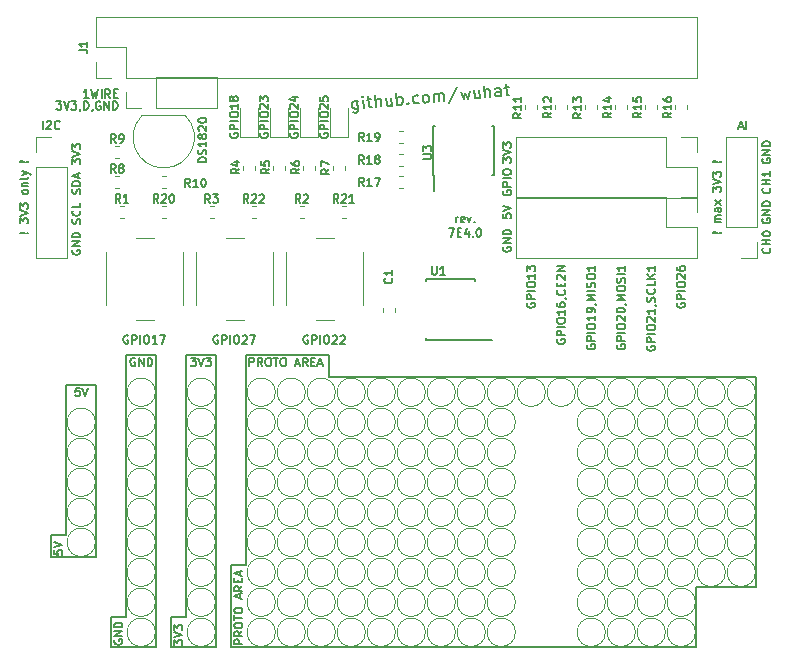
<source format=gbr>
G04 #@! TF.GenerationSoftware,KiCad,Pcbnew,(5.1.4)-1*
G04 #@! TF.CreationDate,2019-12-09T12:32:02+01:00*
G04 #@! TF.ProjectId,wuhat,77756861-742e-46b6-9963-61645f706362,7E4.0*
G04 #@! TF.SameCoordinates,Original*
G04 #@! TF.FileFunction,Legend,Top*
G04 #@! TF.FilePolarity,Positive*
%FSLAX46Y46*%
G04 Gerber Fmt 4.6, Leading zero omitted, Abs format (unit mm)*
G04 Created by KiCad (PCBNEW (5.1.4)-1) date 2019-12-09 12:32:02*
%MOMM*%
%LPD*%
G04 APERTURE LIST*
%ADD10C,0.150000*%
%ADD11C,0.200000*%
%ADD12C,0.120000*%
G04 APERTURE END LIST*
D10*
X120130000Y-143045000D02*
X121400000Y-143045000D01*
X120130000Y-150030000D02*
X120130000Y-143045000D01*
X115050000Y-147490000D02*
X116320000Y-147490000D01*
X115050000Y-150030000D02*
X115050000Y-147490000D01*
X109970000Y-147490000D02*
X111240000Y-147490000D01*
X109970000Y-150030000D02*
X109970000Y-147490000D01*
X104890000Y-140505000D02*
X104890000Y-142410000D01*
X106160000Y-140505000D02*
X104890000Y-140505000D01*
X105141666Y-141812500D02*
X105141666Y-142145833D01*
X105475000Y-142179166D01*
X105441666Y-142145833D01*
X105408333Y-142079166D01*
X105408333Y-141912500D01*
X105441666Y-141845833D01*
X105475000Y-141812500D01*
X105541666Y-141779166D01*
X105708333Y-141779166D01*
X105775000Y-141812500D01*
X105808333Y-141845833D01*
X105841666Y-141912500D01*
X105841666Y-142079166D01*
X105808333Y-142145833D01*
X105775000Y-142179166D01*
X105141666Y-141579166D02*
X105841666Y-141345833D01*
X105141666Y-141112500D01*
X110255000Y-149399166D02*
X110221666Y-149465833D01*
X110221666Y-149565833D01*
X110255000Y-149665833D01*
X110321666Y-149732500D01*
X110388333Y-149765833D01*
X110521666Y-149799166D01*
X110621666Y-149799166D01*
X110755000Y-149765833D01*
X110821666Y-149732500D01*
X110888333Y-149665833D01*
X110921666Y-149565833D01*
X110921666Y-149499166D01*
X110888333Y-149399166D01*
X110855000Y-149365833D01*
X110621666Y-149365833D01*
X110621666Y-149499166D01*
X110921666Y-149065833D02*
X110221666Y-149065833D01*
X110921666Y-148665833D01*
X110221666Y-148665833D01*
X110921666Y-148332500D02*
X110221666Y-148332500D01*
X110221666Y-148165833D01*
X110255000Y-148065833D01*
X110321666Y-147999166D01*
X110388333Y-147965833D01*
X110521666Y-147932500D01*
X110621666Y-147932500D01*
X110755000Y-147965833D01*
X110821666Y-147999166D01*
X110888333Y-148065833D01*
X110921666Y-148165833D01*
X110921666Y-148332500D01*
X115301666Y-149832500D02*
X115301666Y-149399166D01*
X115568333Y-149632500D01*
X115568333Y-149532500D01*
X115601666Y-149465833D01*
X115635000Y-149432500D01*
X115701666Y-149399166D01*
X115868333Y-149399166D01*
X115935000Y-149432500D01*
X115968333Y-149465833D01*
X116001666Y-149532500D01*
X116001666Y-149732500D01*
X115968333Y-149799166D01*
X115935000Y-149832500D01*
X115301666Y-149199166D02*
X116001666Y-148965833D01*
X115301666Y-148732500D01*
X115301666Y-148565833D02*
X115301666Y-148132500D01*
X115568333Y-148365833D01*
X115568333Y-148265833D01*
X115601666Y-148199166D01*
X115635000Y-148165833D01*
X115701666Y-148132500D01*
X115868333Y-148132500D01*
X115935000Y-148165833D01*
X115968333Y-148199166D01*
X116001666Y-148265833D01*
X116001666Y-148465833D01*
X115968333Y-148532500D01*
X115935000Y-148565833D01*
X121081666Y-149765833D02*
X120381666Y-149765833D01*
X120381666Y-149499166D01*
X120415000Y-149432500D01*
X120448333Y-149399166D01*
X120515000Y-149365833D01*
X120615000Y-149365833D01*
X120681666Y-149399166D01*
X120715000Y-149432500D01*
X120748333Y-149499166D01*
X120748333Y-149765833D01*
X121081666Y-148665833D02*
X120748333Y-148899166D01*
X121081666Y-149065833D02*
X120381666Y-149065833D01*
X120381666Y-148799166D01*
X120415000Y-148732500D01*
X120448333Y-148699166D01*
X120515000Y-148665833D01*
X120615000Y-148665833D01*
X120681666Y-148699166D01*
X120715000Y-148732500D01*
X120748333Y-148799166D01*
X120748333Y-149065833D01*
X120381666Y-148232500D02*
X120381666Y-148099166D01*
X120415000Y-148032500D01*
X120481666Y-147965833D01*
X120615000Y-147932500D01*
X120848333Y-147932500D01*
X120981666Y-147965833D01*
X121048333Y-148032500D01*
X121081666Y-148099166D01*
X121081666Y-148232500D01*
X121048333Y-148299166D01*
X120981666Y-148365833D01*
X120848333Y-148399166D01*
X120615000Y-148399166D01*
X120481666Y-148365833D01*
X120415000Y-148299166D01*
X120381666Y-148232500D01*
X120381666Y-147732500D02*
X120381666Y-147332500D01*
X121081666Y-147532500D02*
X120381666Y-147532500D01*
X120381666Y-146965833D02*
X120381666Y-146832500D01*
X120415000Y-146765833D01*
X120481666Y-146699166D01*
X120615000Y-146665833D01*
X120848333Y-146665833D01*
X120981666Y-146699166D01*
X121048333Y-146765833D01*
X121081666Y-146832500D01*
X121081666Y-146965833D01*
X121048333Y-147032500D01*
X120981666Y-147099166D01*
X120848333Y-147132500D01*
X120615000Y-147132500D01*
X120481666Y-147099166D01*
X120415000Y-147032500D01*
X120381666Y-146965833D01*
X120881666Y-145865833D02*
X120881666Y-145532500D01*
X121081666Y-145932500D02*
X120381666Y-145699166D01*
X121081666Y-145465833D01*
X121081666Y-144832500D02*
X120748333Y-145065833D01*
X121081666Y-145232500D02*
X120381666Y-145232500D01*
X120381666Y-144965833D01*
X120415000Y-144899166D01*
X120448333Y-144865833D01*
X120515000Y-144832500D01*
X120615000Y-144832500D01*
X120681666Y-144865833D01*
X120715000Y-144899166D01*
X120748333Y-144965833D01*
X120748333Y-145232500D01*
X120715000Y-144532500D02*
X120715000Y-144299166D01*
X121081666Y-144199166D02*
X121081666Y-144532500D01*
X120381666Y-144532500D01*
X120381666Y-144199166D01*
X120881666Y-143932500D02*
X120881666Y-143599166D01*
X121081666Y-143999166D02*
X120381666Y-143765833D01*
X121081666Y-143532500D01*
X128385000Y-125265000D02*
X128385000Y-127170000D01*
X121400000Y-125265000D02*
X128385000Y-125265000D01*
X164580000Y-127170000D02*
X128385000Y-127170000D01*
X164580000Y-144950000D02*
X164580000Y-127170000D01*
X159500000Y-144950000D02*
X164580000Y-144950000D01*
X159500000Y-150030000D02*
X159500000Y-144950000D01*
X120130000Y-150030000D02*
X159500000Y-150030000D01*
X121400000Y-125265000D02*
X121400000Y-143045000D01*
X118860000Y-125265000D02*
X116320000Y-125265000D01*
X118860000Y-150030000D02*
X118860000Y-125265000D01*
X115050000Y-150030000D02*
X118860000Y-150030000D01*
X116320000Y-125265000D02*
X116320000Y-147490000D01*
X113780000Y-125265000D02*
X111240000Y-125265000D01*
X113780000Y-150030000D02*
X113780000Y-125265000D01*
X109970000Y-150030000D02*
X113780000Y-150030000D01*
X111240000Y-125265000D02*
X111240000Y-147490000D01*
X108700000Y-127805000D02*
X106160000Y-127805000D01*
X108700000Y-142410000D02*
X108700000Y-127805000D01*
X104890000Y-142410000D02*
X108700000Y-142410000D01*
X106160000Y-127805000D02*
X106160000Y-140505000D01*
X121664166Y-126216666D02*
X121664166Y-125516666D01*
X121930833Y-125516666D01*
X121997500Y-125550000D01*
X122030833Y-125583333D01*
X122064166Y-125650000D01*
X122064166Y-125750000D01*
X122030833Y-125816666D01*
X121997500Y-125850000D01*
X121930833Y-125883333D01*
X121664166Y-125883333D01*
X122764166Y-126216666D02*
X122530833Y-125883333D01*
X122364166Y-126216666D02*
X122364166Y-125516666D01*
X122630833Y-125516666D01*
X122697500Y-125550000D01*
X122730833Y-125583333D01*
X122764166Y-125650000D01*
X122764166Y-125750000D01*
X122730833Y-125816666D01*
X122697500Y-125850000D01*
X122630833Y-125883333D01*
X122364166Y-125883333D01*
X123197500Y-125516666D02*
X123330833Y-125516666D01*
X123397500Y-125550000D01*
X123464166Y-125616666D01*
X123497500Y-125750000D01*
X123497500Y-125983333D01*
X123464166Y-126116666D01*
X123397500Y-126183333D01*
X123330833Y-126216666D01*
X123197500Y-126216666D01*
X123130833Y-126183333D01*
X123064166Y-126116666D01*
X123030833Y-125983333D01*
X123030833Y-125750000D01*
X123064166Y-125616666D01*
X123130833Y-125550000D01*
X123197500Y-125516666D01*
X123697500Y-125516666D02*
X124097500Y-125516666D01*
X123897500Y-126216666D02*
X123897500Y-125516666D01*
X124464166Y-125516666D02*
X124597500Y-125516666D01*
X124664166Y-125550000D01*
X124730833Y-125616666D01*
X124764166Y-125750000D01*
X124764166Y-125983333D01*
X124730833Y-126116666D01*
X124664166Y-126183333D01*
X124597500Y-126216666D01*
X124464166Y-126216666D01*
X124397500Y-126183333D01*
X124330833Y-126116666D01*
X124297500Y-125983333D01*
X124297500Y-125750000D01*
X124330833Y-125616666D01*
X124397500Y-125550000D01*
X124464166Y-125516666D01*
X125564166Y-126016666D02*
X125897500Y-126016666D01*
X125497500Y-126216666D02*
X125730833Y-125516666D01*
X125964166Y-126216666D01*
X126597500Y-126216666D02*
X126364166Y-125883333D01*
X126197500Y-126216666D02*
X126197500Y-125516666D01*
X126464166Y-125516666D01*
X126530833Y-125550000D01*
X126564166Y-125583333D01*
X126597500Y-125650000D01*
X126597500Y-125750000D01*
X126564166Y-125816666D01*
X126530833Y-125850000D01*
X126464166Y-125883333D01*
X126197500Y-125883333D01*
X126897500Y-125850000D02*
X127130833Y-125850000D01*
X127230833Y-126216666D02*
X126897500Y-126216666D01*
X126897500Y-125516666D01*
X127230833Y-125516666D01*
X127497500Y-126016666D02*
X127830833Y-126016666D01*
X127430833Y-126216666D02*
X127664166Y-125516666D01*
X127897500Y-126216666D01*
X111976666Y-125550000D02*
X111910000Y-125516666D01*
X111810000Y-125516666D01*
X111710000Y-125550000D01*
X111643333Y-125616666D01*
X111610000Y-125683333D01*
X111576666Y-125816666D01*
X111576666Y-125916666D01*
X111610000Y-126050000D01*
X111643333Y-126116666D01*
X111710000Y-126183333D01*
X111810000Y-126216666D01*
X111876666Y-126216666D01*
X111976666Y-126183333D01*
X112010000Y-126150000D01*
X112010000Y-125916666D01*
X111876666Y-125916666D01*
X112310000Y-126216666D02*
X112310000Y-125516666D01*
X112710000Y-126216666D01*
X112710000Y-125516666D01*
X113043333Y-126216666D02*
X113043333Y-125516666D01*
X113210000Y-125516666D01*
X113310000Y-125550000D01*
X113376666Y-125616666D01*
X113410000Y-125683333D01*
X113443333Y-125816666D01*
X113443333Y-125916666D01*
X113410000Y-126050000D01*
X113376666Y-126116666D01*
X113310000Y-126183333D01*
X113210000Y-126216666D01*
X113043333Y-126216666D01*
X116723333Y-125516666D02*
X117156666Y-125516666D01*
X116923333Y-125783333D01*
X117023333Y-125783333D01*
X117090000Y-125816666D01*
X117123333Y-125850000D01*
X117156666Y-125916666D01*
X117156666Y-126083333D01*
X117123333Y-126150000D01*
X117090000Y-126183333D01*
X117023333Y-126216666D01*
X116823333Y-126216666D01*
X116756666Y-126183333D01*
X116723333Y-126150000D01*
X117356666Y-125516666D02*
X117590000Y-126216666D01*
X117823333Y-125516666D01*
X117990000Y-125516666D02*
X118423333Y-125516666D01*
X118190000Y-125783333D01*
X118290000Y-125783333D01*
X118356666Y-125816666D01*
X118390000Y-125850000D01*
X118423333Y-125916666D01*
X118423333Y-126083333D01*
X118390000Y-126150000D01*
X118356666Y-126183333D01*
X118290000Y-126216666D01*
X118090000Y-126216666D01*
X118023333Y-126183333D01*
X117990000Y-126150000D01*
X107296666Y-128056666D02*
X106963333Y-128056666D01*
X106930000Y-128390000D01*
X106963333Y-128356666D01*
X107030000Y-128323333D01*
X107196666Y-128323333D01*
X107263333Y-128356666D01*
X107296666Y-128390000D01*
X107330000Y-128456666D01*
X107330000Y-128623333D01*
X107296666Y-128690000D01*
X107263333Y-128723333D01*
X107196666Y-128756666D01*
X107030000Y-128756666D01*
X106963333Y-128723333D01*
X106930000Y-128690000D01*
X107530000Y-128056666D02*
X107763333Y-128756666D01*
X107996666Y-128056666D01*
X139158666Y-114059666D02*
X139158666Y-113593000D01*
X139158666Y-113726333D02*
X139192000Y-113659666D01*
X139225333Y-113626333D01*
X139292000Y-113593000D01*
X139358666Y-113593000D01*
X139858666Y-114026333D02*
X139792000Y-114059666D01*
X139658666Y-114059666D01*
X139592000Y-114026333D01*
X139558666Y-113959666D01*
X139558666Y-113693000D01*
X139592000Y-113626333D01*
X139658666Y-113593000D01*
X139792000Y-113593000D01*
X139858666Y-113626333D01*
X139892000Y-113693000D01*
X139892000Y-113759666D01*
X139558666Y-113826333D01*
X140125333Y-113593000D02*
X140292000Y-114059666D01*
X140458666Y-113593000D01*
X140725333Y-113993000D02*
X140758666Y-114026333D01*
X140725333Y-114059666D01*
X140692000Y-114026333D01*
X140725333Y-113993000D01*
X140725333Y-114059666D01*
X138558666Y-114559666D02*
X139025333Y-114559666D01*
X138725333Y-115259666D01*
X139292000Y-114893000D02*
X139525333Y-114893000D01*
X139625333Y-115259666D02*
X139292000Y-115259666D01*
X139292000Y-114559666D01*
X139625333Y-114559666D01*
X140225333Y-114793000D02*
X140225333Y-115259666D01*
X140058666Y-114526333D02*
X139892000Y-115026333D01*
X140325333Y-115026333D01*
X140592000Y-115193000D02*
X140625333Y-115226333D01*
X140592000Y-115259666D01*
X140558666Y-115226333D01*
X140592000Y-115193000D01*
X140592000Y-115259666D01*
X141058666Y-114559666D02*
X141125333Y-114559666D01*
X141192000Y-114593000D01*
X141225333Y-114626333D01*
X141258666Y-114693000D01*
X141292000Y-114826333D01*
X141292000Y-114993000D01*
X141258666Y-115126333D01*
X141225333Y-115193000D01*
X141192000Y-115226333D01*
X141125333Y-115259666D01*
X141058666Y-115259666D01*
X140992000Y-115226333D01*
X140958666Y-115193000D01*
X140925333Y-115126333D01*
X140892000Y-114993000D01*
X140892000Y-114826333D01*
X140925333Y-114693000D01*
X140958666Y-114626333D01*
X140992000Y-114593000D01*
X141058666Y-114559666D01*
D11*
X130819342Y-103742914D02*
X130889896Y-104549358D01*
X130850759Y-104648384D01*
X130807471Y-104699972D01*
X130716746Y-104755710D01*
X130574432Y-104768161D01*
X130475406Y-104729024D01*
X130873295Y-104359606D02*
X130782570Y-104415345D01*
X130592818Y-104431946D01*
X130493792Y-104392809D01*
X130442204Y-104349521D01*
X130386466Y-104258796D01*
X130361564Y-103974169D01*
X130400702Y-103875143D01*
X130443989Y-103823555D01*
X130534714Y-103767816D01*
X130724466Y-103751215D01*
X130823492Y-103790352D01*
X131351824Y-104365542D02*
X131293720Y-103701412D01*
X131264668Y-103369347D02*
X131221380Y-103420935D01*
X131272969Y-103464223D01*
X131316256Y-103412634D01*
X131264668Y-103369347D01*
X131272969Y-103464223D01*
X131625785Y-103672360D02*
X132005288Y-103639158D01*
X131739046Y-103327844D02*
X131813751Y-104181725D01*
X131869490Y-104272451D01*
X131968516Y-104311588D01*
X132063391Y-104303287D01*
X132395456Y-104274236D02*
X132308301Y-103278041D01*
X132822397Y-104236883D02*
X132776744Y-103715067D01*
X132721006Y-103624341D01*
X132621980Y-103585204D01*
X132479666Y-103597655D01*
X132388941Y-103653393D01*
X132345653Y-103704981D01*
X133665612Y-103493898D02*
X133723716Y-104158028D01*
X133238672Y-103531251D02*
X133284325Y-104053067D01*
X133340063Y-104143792D01*
X133439089Y-104182930D01*
X133581402Y-104170479D01*
X133672128Y-104114740D01*
X133715415Y-104063152D01*
X134198094Y-104116525D02*
X134110939Y-103120330D01*
X134144141Y-103499833D02*
X134234866Y-103444095D01*
X134424618Y-103427494D01*
X134523644Y-103466631D01*
X134575232Y-103509919D01*
X134630970Y-103600644D01*
X134655872Y-103885271D01*
X134616734Y-103984297D01*
X134573447Y-104035885D01*
X134482721Y-104091623D01*
X134292970Y-104108225D01*
X134193944Y-104069087D01*
X135091113Y-103942794D02*
X135142701Y-103986082D01*
X135099413Y-104037670D01*
X135047825Y-103994382D01*
X135091113Y-103942794D01*
X135099413Y-104037670D01*
X135996582Y-103911377D02*
X135905857Y-103967115D01*
X135716105Y-103983716D01*
X135617079Y-103944579D01*
X135565491Y-103901292D01*
X135509753Y-103810566D01*
X135484851Y-103525939D01*
X135523989Y-103426913D01*
X135567276Y-103375325D01*
X135658002Y-103319587D01*
X135847753Y-103302985D01*
X135946779Y-103342123D01*
X136569987Y-103909011D02*
X136470961Y-103869874D01*
X136419372Y-103826587D01*
X136363634Y-103735861D01*
X136338732Y-103451234D01*
X136377870Y-103352208D01*
X136421157Y-103300620D01*
X136511883Y-103244882D01*
X136654196Y-103232431D01*
X136753222Y-103271568D01*
X136804810Y-103314856D01*
X136860549Y-103405581D01*
X136885450Y-103690208D01*
X136846313Y-103789234D01*
X136803025Y-103840822D01*
X136712300Y-103896561D01*
X136569987Y-103909011D01*
X137328992Y-103842607D02*
X137270888Y-103178477D01*
X137279189Y-103273353D02*
X137322476Y-103221765D01*
X137413202Y-103166026D01*
X137555515Y-103153576D01*
X137654541Y-103192713D01*
X137710280Y-103283438D01*
X137755933Y-103805255D01*
X137710280Y-103283438D02*
X137749417Y-103184412D01*
X137840142Y-103128674D01*
X137982456Y-103116223D01*
X138081482Y-103155360D01*
X138137220Y-103246086D01*
X138182873Y-103767902D01*
X139277513Y-102620513D02*
X138535689Y-103976039D01*
X139547905Y-102979264D02*
X139795760Y-103626793D01*
X139944008Y-103135813D01*
X140175263Y-103593591D01*
X140306910Y-102912860D01*
X141113353Y-102842305D02*
X141171457Y-103506435D01*
X140686413Y-102879658D02*
X140732066Y-103401474D01*
X140787804Y-103492199D01*
X140886830Y-103531337D01*
X141029144Y-103518886D01*
X141119869Y-103463147D01*
X141163157Y-103411559D01*
X141645836Y-103464932D02*
X141558680Y-102468738D01*
X142072776Y-103427580D02*
X142027123Y-102905763D01*
X141971385Y-102815038D01*
X141872359Y-102775901D01*
X141730045Y-102788352D01*
X141639320Y-102844090D01*
X141596032Y-102895678D01*
X142974095Y-103348725D02*
X142928442Y-102826908D01*
X142872704Y-102736183D01*
X142773678Y-102697046D01*
X142583927Y-102713647D01*
X142493201Y-102769385D01*
X142969945Y-103301287D02*
X142879220Y-103357025D01*
X142642030Y-103377776D01*
X142543004Y-103338639D01*
X142487266Y-103247914D01*
X142478965Y-103153038D01*
X142518103Y-103054012D01*
X142608828Y-102998274D01*
X142846017Y-102977522D01*
X142936743Y-102921784D01*
X143248056Y-102655543D02*
X143627559Y-102622341D01*
X143361318Y-102311027D02*
X143436023Y-103164908D01*
X143491761Y-103255634D01*
X143590787Y-103294771D01*
X143685663Y-103286470D01*
D10*
X157880000Y-120882166D02*
X157846666Y-120948833D01*
X157846666Y-121048833D01*
X157880000Y-121148833D01*
X157946666Y-121215500D01*
X158013333Y-121248833D01*
X158146666Y-121282166D01*
X158246666Y-121282166D01*
X158380000Y-121248833D01*
X158446666Y-121215500D01*
X158513333Y-121148833D01*
X158546666Y-121048833D01*
X158546666Y-120982166D01*
X158513333Y-120882166D01*
X158480000Y-120848833D01*
X158246666Y-120848833D01*
X158246666Y-120982166D01*
X158546666Y-120548833D02*
X157846666Y-120548833D01*
X157846666Y-120282166D01*
X157880000Y-120215500D01*
X157913333Y-120182166D01*
X157980000Y-120148833D01*
X158080000Y-120148833D01*
X158146666Y-120182166D01*
X158180000Y-120215500D01*
X158213333Y-120282166D01*
X158213333Y-120548833D01*
X158546666Y-119848833D02*
X157846666Y-119848833D01*
X157846666Y-119382166D02*
X157846666Y-119248833D01*
X157880000Y-119182166D01*
X157946666Y-119115500D01*
X158080000Y-119082166D01*
X158313333Y-119082166D01*
X158446666Y-119115500D01*
X158513333Y-119182166D01*
X158546666Y-119248833D01*
X158546666Y-119382166D01*
X158513333Y-119448833D01*
X158446666Y-119515500D01*
X158313333Y-119548833D01*
X158080000Y-119548833D01*
X157946666Y-119515500D01*
X157880000Y-119448833D01*
X157846666Y-119382166D01*
X157913333Y-118815500D02*
X157880000Y-118782166D01*
X157846666Y-118715500D01*
X157846666Y-118548833D01*
X157880000Y-118482166D01*
X157913333Y-118448833D01*
X157980000Y-118415500D01*
X158046666Y-118415500D01*
X158146666Y-118448833D01*
X158546666Y-118848833D01*
X158546666Y-118415500D01*
X157846666Y-117815500D02*
X157846666Y-117948833D01*
X157880000Y-118015500D01*
X157913333Y-118048833D01*
X158013333Y-118115500D01*
X158146666Y-118148833D01*
X158413333Y-118148833D01*
X158480000Y-118115500D01*
X158513333Y-118082166D01*
X158546666Y-118015500D01*
X158546666Y-117882166D01*
X158513333Y-117815500D01*
X158480000Y-117782166D01*
X158413333Y-117748833D01*
X158246666Y-117748833D01*
X158180000Y-117782166D01*
X158146666Y-117815500D01*
X158113333Y-117882166D01*
X158113333Y-118015500D01*
X158146666Y-118082166D01*
X158180000Y-118115500D01*
X158246666Y-118148833D01*
X155340000Y-124515500D02*
X155306666Y-124582166D01*
X155306666Y-124682166D01*
X155340000Y-124782166D01*
X155406666Y-124848833D01*
X155473333Y-124882166D01*
X155606666Y-124915500D01*
X155706666Y-124915500D01*
X155840000Y-124882166D01*
X155906666Y-124848833D01*
X155973333Y-124782166D01*
X156006666Y-124682166D01*
X156006666Y-124615500D01*
X155973333Y-124515500D01*
X155940000Y-124482166D01*
X155706666Y-124482166D01*
X155706666Y-124615500D01*
X156006666Y-124182166D02*
X155306666Y-124182166D01*
X155306666Y-123915500D01*
X155340000Y-123848833D01*
X155373333Y-123815500D01*
X155440000Y-123782166D01*
X155540000Y-123782166D01*
X155606666Y-123815500D01*
X155640000Y-123848833D01*
X155673333Y-123915500D01*
X155673333Y-124182166D01*
X156006666Y-123482166D02*
X155306666Y-123482166D01*
X155306666Y-123015500D02*
X155306666Y-122882166D01*
X155340000Y-122815500D01*
X155406666Y-122748833D01*
X155540000Y-122715500D01*
X155773333Y-122715500D01*
X155906666Y-122748833D01*
X155973333Y-122815500D01*
X156006666Y-122882166D01*
X156006666Y-123015500D01*
X155973333Y-123082166D01*
X155906666Y-123148833D01*
X155773333Y-123182166D01*
X155540000Y-123182166D01*
X155406666Y-123148833D01*
X155340000Y-123082166D01*
X155306666Y-123015500D01*
X155373333Y-122448833D02*
X155340000Y-122415500D01*
X155306666Y-122348833D01*
X155306666Y-122182166D01*
X155340000Y-122115500D01*
X155373333Y-122082166D01*
X155440000Y-122048833D01*
X155506666Y-122048833D01*
X155606666Y-122082166D01*
X156006666Y-122482166D01*
X156006666Y-122048833D01*
X156006666Y-121382166D02*
X156006666Y-121782166D01*
X156006666Y-121582166D02*
X155306666Y-121582166D01*
X155406666Y-121648833D01*
X155473333Y-121715500D01*
X155506666Y-121782166D01*
X155973333Y-121048833D02*
X156006666Y-121048833D01*
X156073333Y-121082166D01*
X156106666Y-121115500D01*
X155973333Y-120782166D02*
X156006666Y-120682166D01*
X156006666Y-120515500D01*
X155973333Y-120448833D01*
X155940000Y-120415500D01*
X155873333Y-120382166D01*
X155806666Y-120382166D01*
X155740000Y-120415500D01*
X155706666Y-120448833D01*
X155673333Y-120515500D01*
X155640000Y-120648833D01*
X155606666Y-120715500D01*
X155573333Y-120748833D01*
X155506666Y-120782166D01*
X155440000Y-120782166D01*
X155373333Y-120748833D01*
X155340000Y-120715500D01*
X155306666Y-120648833D01*
X155306666Y-120482166D01*
X155340000Y-120382166D01*
X155940000Y-119682166D02*
X155973333Y-119715500D01*
X156006666Y-119815500D01*
X156006666Y-119882166D01*
X155973333Y-119982166D01*
X155906666Y-120048833D01*
X155840000Y-120082166D01*
X155706666Y-120115500D01*
X155606666Y-120115500D01*
X155473333Y-120082166D01*
X155406666Y-120048833D01*
X155340000Y-119982166D01*
X155306666Y-119882166D01*
X155306666Y-119815500D01*
X155340000Y-119715500D01*
X155373333Y-119682166D01*
X156006666Y-119048833D02*
X156006666Y-119382166D01*
X155306666Y-119382166D01*
X156006666Y-118815500D02*
X155306666Y-118815500D01*
X156006666Y-118415500D02*
X155606666Y-118715500D01*
X155306666Y-118415500D02*
X155706666Y-118815500D01*
X156006666Y-117748833D02*
X156006666Y-118148833D01*
X156006666Y-117948833D02*
X155306666Y-117948833D01*
X155406666Y-118015500D01*
X155473333Y-118082166D01*
X155506666Y-118148833D01*
X152800000Y-124415500D02*
X152766666Y-124482166D01*
X152766666Y-124582166D01*
X152800000Y-124682166D01*
X152866666Y-124748833D01*
X152933333Y-124782166D01*
X153066666Y-124815500D01*
X153166666Y-124815500D01*
X153300000Y-124782166D01*
X153366666Y-124748833D01*
X153433333Y-124682166D01*
X153466666Y-124582166D01*
X153466666Y-124515500D01*
X153433333Y-124415500D01*
X153400000Y-124382166D01*
X153166666Y-124382166D01*
X153166666Y-124515500D01*
X153466666Y-124082166D02*
X152766666Y-124082166D01*
X152766666Y-123815500D01*
X152800000Y-123748833D01*
X152833333Y-123715500D01*
X152900000Y-123682166D01*
X153000000Y-123682166D01*
X153066666Y-123715500D01*
X153100000Y-123748833D01*
X153133333Y-123815500D01*
X153133333Y-124082166D01*
X153466666Y-123382166D02*
X152766666Y-123382166D01*
X152766666Y-122915500D02*
X152766666Y-122782166D01*
X152800000Y-122715500D01*
X152866666Y-122648833D01*
X153000000Y-122615500D01*
X153233333Y-122615500D01*
X153366666Y-122648833D01*
X153433333Y-122715500D01*
X153466666Y-122782166D01*
X153466666Y-122915500D01*
X153433333Y-122982166D01*
X153366666Y-123048833D01*
X153233333Y-123082166D01*
X153000000Y-123082166D01*
X152866666Y-123048833D01*
X152800000Y-122982166D01*
X152766666Y-122915500D01*
X152833333Y-122348833D02*
X152800000Y-122315500D01*
X152766666Y-122248833D01*
X152766666Y-122082166D01*
X152800000Y-122015500D01*
X152833333Y-121982166D01*
X152900000Y-121948833D01*
X152966666Y-121948833D01*
X153066666Y-121982166D01*
X153466666Y-122382166D01*
X153466666Y-121948833D01*
X152766666Y-121515500D02*
X152766666Y-121448833D01*
X152800000Y-121382166D01*
X152833333Y-121348833D01*
X152900000Y-121315500D01*
X153033333Y-121282166D01*
X153200000Y-121282166D01*
X153333333Y-121315500D01*
X153400000Y-121348833D01*
X153433333Y-121382166D01*
X153466666Y-121448833D01*
X153466666Y-121515500D01*
X153433333Y-121582166D01*
X153400000Y-121615500D01*
X153333333Y-121648833D01*
X153200000Y-121682166D01*
X153033333Y-121682166D01*
X152900000Y-121648833D01*
X152833333Y-121615500D01*
X152800000Y-121582166D01*
X152766666Y-121515500D01*
X153433333Y-120948833D02*
X153466666Y-120948833D01*
X153533333Y-120982166D01*
X153566666Y-121015500D01*
X153466666Y-120648833D02*
X152766666Y-120648833D01*
X153266666Y-120415500D01*
X152766666Y-120182166D01*
X153466666Y-120182166D01*
X152766666Y-119715500D02*
X152766666Y-119582166D01*
X152800000Y-119515500D01*
X152866666Y-119448833D01*
X153000000Y-119415500D01*
X153233333Y-119415500D01*
X153366666Y-119448833D01*
X153433333Y-119515500D01*
X153466666Y-119582166D01*
X153466666Y-119715500D01*
X153433333Y-119782166D01*
X153366666Y-119848833D01*
X153233333Y-119882166D01*
X153000000Y-119882166D01*
X152866666Y-119848833D01*
X152800000Y-119782166D01*
X152766666Y-119715500D01*
X153433333Y-119148833D02*
X153466666Y-119048833D01*
X153466666Y-118882166D01*
X153433333Y-118815500D01*
X153400000Y-118782166D01*
X153333333Y-118748833D01*
X153266666Y-118748833D01*
X153200000Y-118782166D01*
X153166666Y-118815500D01*
X153133333Y-118882166D01*
X153100000Y-119015500D01*
X153066666Y-119082166D01*
X153033333Y-119115500D01*
X152966666Y-119148833D01*
X152900000Y-119148833D01*
X152833333Y-119115500D01*
X152800000Y-119082166D01*
X152766666Y-119015500D01*
X152766666Y-118848833D01*
X152800000Y-118748833D01*
X153466666Y-118448833D02*
X152766666Y-118448833D01*
X153466666Y-117748833D02*
X153466666Y-118148833D01*
X153466666Y-117948833D02*
X152766666Y-117948833D01*
X152866666Y-118015500D01*
X152933333Y-118082166D01*
X152966666Y-118148833D01*
X150260000Y-124415500D02*
X150226666Y-124482166D01*
X150226666Y-124582166D01*
X150260000Y-124682166D01*
X150326666Y-124748833D01*
X150393333Y-124782166D01*
X150526666Y-124815500D01*
X150626666Y-124815500D01*
X150760000Y-124782166D01*
X150826666Y-124748833D01*
X150893333Y-124682166D01*
X150926666Y-124582166D01*
X150926666Y-124515500D01*
X150893333Y-124415500D01*
X150860000Y-124382166D01*
X150626666Y-124382166D01*
X150626666Y-124515500D01*
X150926666Y-124082166D02*
X150226666Y-124082166D01*
X150226666Y-123815500D01*
X150260000Y-123748833D01*
X150293333Y-123715500D01*
X150360000Y-123682166D01*
X150460000Y-123682166D01*
X150526666Y-123715500D01*
X150560000Y-123748833D01*
X150593333Y-123815500D01*
X150593333Y-124082166D01*
X150926666Y-123382166D02*
X150226666Y-123382166D01*
X150226666Y-122915500D02*
X150226666Y-122782166D01*
X150260000Y-122715500D01*
X150326666Y-122648833D01*
X150460000Y-122615500D01*
X150693333Y-122615500D01*
X150826666Y-122648833D01*
X150893333Y-122715500D01*
X150926666Y-122782166D01*
X150926666Y-122915500D01*
X150893333Y-122982166D01*
X150826666Y-123048833D01*
X150693333Y-123082166D01*
X150460000Y-123082166D01*
X150326666Y-123048833D01*
X150260000Y-122982166D01*
X150226666Y-122915500D01*
X150926666Y-121948833D02*
X150926666Y-122348833D01*
X150926666Y-122148833D02*
X150226666Y-122148833D01*
X150326666Y-122215500D01*
X150393333Y-122282166D01*
X150426666Y-122348833D01*
X150926666Y-121615500D02*
X150926666Y-121482166D01*
X150893333Y-121415500D01*
X150860000Y-121382166D01*
X150760000Y-121315500D01*
X150626666Y-121282166D01*
X150360000Y-121282166D01*
X150293333Y-121315500D01*
X150260000Y-121348833D01*
X150226666Y-121415500D01*
X150226666Y-121548833D01*
X150260000Y-121615500D01*
X150293333Y-121648833D01*
X150360000Y-121682166D01*
X150526666Y-121682166D01*
X150593333Y-121648833D01*
X150626666Y-121615500D01*
X150660000Y-121548833D01*
X150660000Y-121415500D01*
X150626666Y-121348833D01*
X150593333Y-121315500D01*
X150526666Y-121282166D01*
X150893333Y-120948833D02*
X150926666Y-120948833D01*
X150993333Y-120982166D01*
X151026666Y-121015500D01*
X150926666Y-120648833D02*
X150226666Y-120648833D01*
X150726666Y-120415500D01*
X150226666Y-120182166D01*
X150926666Y-120182166D01*
X150926666Y-119848833D02*
X150226666Y-119848833D01*
X150893333Y-119548833D02*
X150926666Y-119448833D01*
X150926666Y-119282166D01*
X150893333Y-119215500D01*
X150860000Y-119182166D01*
X150793333Y-119148833D01*
X150726666Y-119148833D01*
X150660000Y-119182166D01*
X150626666Y-119215500D01*
X150593333Y-119282166D01*
X150560000Y-119415500D01*
X150526666Y-119482166D01*
X150493333Y-119515500D01*
X150426666Y-119548833D01*
X150360000Y-119548833D01*
X150293333Y-119515500D01*
X150260000Y-119482166D01*
X150226666Y-119415500D01*
X150226666Y-119248833D01*
X150260000Y-119148833D01*
X150226666Y-118715500D02*
X150226666Y-118582166D01*
X150260000Y-118515500D01*
X150326666Y-118448833D01*
X150460000Y-118415500D01*
X150693333Y-118415500D01*
X150826666Y-118448833D01*
X150893333Y-118515500D01*
X150926666Y-118582166D01*
X150926666Y-118715500D01*
X150893333Y-118782166D01*
X150826666Y-118848833D01*
X150693333Y-118882166D01*
X150460000Y-118882166D01*
X150326666Y-118848833D01*
X150260000Y-118782166D01*
X150226666Y-118715500D01*
X150926666Y-117748833D02*
X150926666Y-118148833D01*
X150926666Y-117948833D02*
X150226666Y-117948833D01*
X150326666Y-118015500D01*
X150393333Y-118082166D01*
X150426666Y-118148833D01*
X147720000Y-123948833D02*
X147686666Y-124015500D01*
X147686666Y-124115500D01*
X147720000Y-124215500D01*
X147786666Y-124282166D01*
X147853333Y-124315500D01*
X147986666Y-124348833D01*
X148086666Y-124348833D01*
X148220000Y-124315500D01*
X148286666Y-124282166D01*
X148353333Y-124215500D01*
X148386666Y-124115500D01*
X148386666Y-124048833D01*
X148353333Y-123948833D01*
X148320000Y-123915500D01*
X148086666Y-123915500D01*
X148086666Y-124048833D01*
X148386666Y-123615500D02*
X147686666Y-123615500D01*
X147686666Y-123348833D01*
X147720000Y-123282166D01*
X147753333Y-123248833D01*
X147820000Y-123215500D01*
X147920000Y-123215500D01*
X147986666Y-123248833D01*
X148020000Y-123282166D01*
X148053333Y-123348833D01*
X148053333Y-123615500D01*
X148386666Y-122915500D02*
X147686666Y-122915500D01*
X147686666Y-122448833D02*
X147686666Y-122315500D01*
X147720000Y-122248833D01*
X147786666Y-122182166D01*
X147920000Y-122148833D01*
X148153333Y-122148833D01*
X148286666Y-122182166D01*
X148353333Y-122248833D01*
X148386666Y-122315500D01*
X148386666Y-122448833D01*
X148353333Y-122515500D01*
X148286666Y-122582166D01*
X148153333Y-122615500D01*
X147920000Y-122615500D01*
X147786666Y-122582166D01*
X147720000Y-122515500D01*
X147686666Y-122448833D01*
X148386666Y-121482166D02*
X148386666Y-121882166D01*
X148386666Y-121682166D02*
X147686666Y-121682166D01*
X147786666Y-121748833D01*
X147853333Y-121815500D01*
X147886666Y-121882166D01*
X147686666Y-120882166D02*
X147686666Y-121015500D01*
X147720000Y-121082166D01*
X147753333Y-121115500D01*
X147853333Y-121182166D01*
X147986666Y-121215500D01*
X148253333Y-121215500D01*
X148320000Y-121182166D01*
X148353333Y-121148833D01*
X148386666Y-121082166D01*
X148386666Y-120948833D01*
X148353333Y-120882166D01*
X148320000Y-120848833D01*
X148253333Y-120815500D01*
X148086666Y-120815500D01*
X148020000Y-120848833D01*
X147986666Y-120882166D01*
X147953333Y-120948833D01*
X147953333Y-121082166D01*
X147986666Y-121148833D01*
X148020000Y-121182166D01*
X148086666Y-121215500D01*
X148353333Y-120482166D02*
X148386666Y-120482166D01*
X148453333Y-120515500D01*
X148486666Y-120548833D01*
X148320000Y-119782166D02*
X148353333Y-119815500D01*
X148386666Y-119915500D01*
X148386666Y-119982166D01*
X148353333Y-120082166D01*
X148286666Y-120148833D01*
X148220000Y-120182166D01*
X148086666Y-120215500D01*
X147986666Y-120215500D01*
X147853333Y-120182166D01*
X147786666Y-120148833D01*
X147720000Y-120082166D01*
X147686666Y-119982166D01*
X147686666Y-119915500D01*
X147720000Y-119815500D01*
X147753333Y-119782166D01*
X148020000Y-119482166D02*
X148020000Y-119248833D01*
X148386666Y-119148833D02*
X148386666Y-119482166D01*
X147686666Y-119482166D01*
X147686666Y-119148833D01*
X147753333Y-118882166D02*
X147720000Y-118848833D01*
X147686666Y-118782166D01*
X147686666Y-118615500D01*
X147720000Y-118548833D01*
X147753333Y-118515500D01*
X147820000Y-118482166D01*
X147886666Y-118482166D01*
X147986666Y-118515500D01*
X148386666Y-118915500D01*
X148386666Y-118482166D01*
X148386666Y-118182166D02*
X147686666Y-118182166D01*
X148386666Y-117782166D01*
X147686666Y-117782166D01*
X145180000Y-120882166D02*
X145146666Y-120948833D01*
X145146666Y-121048833D01*
X145180000Y-121148833D01*
X145246666Y-121215500D01*
X145313333Y-121248833D01*
X145446666Y-121282166D01*
X145546666Y-121282166D01*
X145680000Y-121248833D01*
X145746666Y-121215500D01*
X145813333Y-121148833D01*
X145846666Y-121048833D01*
X145846666Y-120982166D01*
X145813333Y-120882166D01*
X145780000Y-120848833D01*
X145546666Y-120848833D01*
X145546666Y-120982166D01*
X145846666Y-120548833D02*
X145146666Y-120548833D01*
X145146666Y-120282166D01*
X145180000Y-120215500D01*
X145213333Y-120182166D01*
X145280000Y-120148833D01*
X145380000Y-120148833D01*
X145446666Y-120182166D01*
X145480000Y-120215500D01*
X145513333Y-120282166D01*
X145513333Y-120548833D01*
X145846666Y-119848833D02*
X145146666Y-119848833D01*
X145146666Y-119382166D02*
X145146666Y-119248833D01*
X145180000Y-119182166D01*
X145246666Y-119115500D01*
X145380000Y-119082166D01*
X145613333Y-119082166D01*
X145746666Y-119115500D01*
X145813333Y-119182166D01*
X145846666Y-119248833D01*
X145846666Y-119382166D01*
X145813333Y-119448833D01*
X145746666Y-119515500D01*
X145613333Y-119548833D01*
X145380000Y-119548833D01*
X145246666Y-119515500D01*
X145180000Y-119448833D01*
X145146666Y-119382166D01*
X145846666Y-118415500D02*
X145846666Y-118815500D01*
X145846666Y-118615500D02*
X145146666Y-118615500D01*
X145246666Y-118682166D01*
X145313333Y-118748833D01*
X145346666Y-118815500D01*
X145146666Y-118182166D02*
X145146666Y-117748833D01*
X145413333Y-117982166D01*
X145413333Y-117882166D01*
X145446666Y-117815500D01*
X145480000Y-117782166D01*
X145546666Y-117748833D01*
X145713333Y-117748833D01*
X145780000Y-117782166D01*
X145813333Y-117815500D01*
X145846666Y-117882166D01*
X145846666Y-118082166D01*
X145813333Y-118148833D01*
X145780000Y-118182166D01*
X143148000Y-111360000D02*
X143114666Y-111426666D01*
X143114666Y-111526666D01*
X143148000Y-111626666D01*
X143214666Y-111693333D01*
X143281333Y-111726666D01*
X143414666Y-111760000D01*
X143514666Y-111760000D01*
X143648000Y-111726666D01*
X143714666Y-111693333D01*
X143781333Y-111626666D01*
X143814666Y-111526666D01*
X143814666Y-111460000D01*
X143781333Y-111360000D01*
X143748000Y-111326666D01*
X143514666Y-111326666D01*
X143514666Y-111460000D01*
X143814666Y-111026666D02*
X143114666Y-111026666D01*
X143114666Y-110760000D01*
X143148000Y-110693333D01*
X143181333Y-110660000D01*
X143248000Y-110626666D01*
X143348000Y-110626666D01*
X143414666Y-110660000D01*
X143448000Y-110693333D01*
X143481333Y-110760000D01*
X143481333Y-111026666D01*
X143814666Y-110326666D02*
X143114666Y-110326666D01*
X143114666Y-109860000D02*
X143114666Y-109726666D01*
X143148000Y-109660000D01*
X143214666Y-109593333D01*
X143348000Y-109560000D01*
X143581333Y-109560000D01*
X143714666Y-109593333D01*
X143781333Y-109660000D01*
X143814666Y-109726666D01*
X143814666Y-109860000D01*
X143781333Y-109926666D01*
X143714666Y-109993333D01*
X143581333Y-110026666D01*
X143348000Y-110026666D01*
X143214666Y-109993333D01*
X143148000Y-109926666D01*
X143114666Y-109860000D01*
X143114666Y-113333333D02*
X143114666Y-113666666D01*
X143448000Y-113700000D01*
X143414666Y-113666666D01*
X143381333Y-113600000D01*
X143381333Y-113433333D01*
X143414666Y-113366666D01*
X143448000Y-113333333D01*
X143514666Y-113300000D01*
X143681333Y-113300000D01*
X143748000Y-113333333D01*
X143781333Y-113366666D01*
X143814666Y-113433333D01*
X143814666Y-113600000D01*
X143781333Y-113666666D01*
X143748000Y-113700000D01*
X143114666Y-113100000D02*
X143814666Y-112866666D01*
X143114666Y-112633333D01*
X143114666Y-108986666D02*
X143114666Y-108553333D01*
X143381333Y-108786666D01*
X143381333Y-108686666D01*
X143414666Y-108620000D01*
X143448000Y-108586666D01*
X143514666Y-108553333D01*
X143681333Y-108553333D01*
X143748000Y-108586666D01*
X143781333Y-108620000D01*
X143814666Y-108686666D01*
X143814666Y-108886666D01*
X143781333Y-108953333D01*
X143748000Y-108986666D01*
X143114666Y-108353333D02*
X143814666Y-108120000D01*
X143114666Y-107886666D01*
X143114666Y-107720000D02*
X143114666Y-107286666D01*
X143381333Y-107520000D01*
X143381333Y-107420000D01*
X143414666Y-107353333D01*
X143448000Y-107320000D01*
X143514666Y-107286666D01*
X143681333Y-107286666D01*
X143748000Y-107320000D01*
X143781333Y-107353333D01*
X143814666Y-107420000D01*
X143814666Y-107620000D01*
X143781333Y-107686666D01*
X143748000Y-107720000D01*
X143148000Y-116146333D02*
X143114666Y-116213000D01*
X143114666Y-116313000D01*
X143148000Y-116413000D01*
X143214666Y-116479666D01*
X143281333Y-116513000D01*
X143414666Y-116546333D01*
X143514666Y-116546333D01*
X143648000Y-116513000D01*
X143714666Y-116479666D01*
X143781333Y-116413000D01*
X143814666Y-116313000D01*
X143814666Y-116246333D01*
X143781333Y-116146333D01*
X143748000Y-116113000D01*
X143514666Y-116113000D01*
X143514666Y-116246333D01*
X143814666Y-115813000D02*
X143114666Y-115813000D01*
X143814666Y-115413000D01*
X143114666Y-115413000D01*
X143814666Y-115079666D02*
X143114666Y-115079666D01*
X143114666Y-114913000D01*
X143148000Y-114813000D01*
X143214666Y-114746333D01*
X143281333Y-114713000D01*
X143414666Y-114679666D01*
X143514666Y-114679666D01*
X143648000Y-114713000D01*
X143714666Y-114746333D01*
X143781333Y-114813000D01*
X143814666Y-114913000D01*
X143814666Y-115079666D01*
X161528000Y-114930000D02*
X161561333Y-114896666D01*
X161594666Y-114930000D01*
X161561333Y-114963333D01*
X161528000Y-114930000D01*
X161594666Y-114930000D01*
X161328000Y-114930000D02*
X160928000Y-114963333D01*
X160894666Y-114930000D01*
X160928000Y-114896666D01*
X161328000Y-114930000D01*
X160894666Y-114930000D01*
X161594666Y-114063333D02*
X161128000Y-114063333D01*
X161194666Y-114063333D02*
X161161333Y-114030000D01*
X161128000Y-113963333D01*
X161128000Y-113863333D01*
X161161333Y-113796666D01*
X161228000Y-113763333D01*
X161594666Y-113763333D01*
X161228000Y-113763333D02*
X161161333Y-113730000D01*
X161128000Y-113663333D01*
X161128000Y-113563333D01*
X161161333Y-113496666D01*
X161228000Y-113463333D01*
X161594666Y-113463333D01*
X161594666Y-112830000D02*
X161228000Y-112830000D01*
X161161333Y-112863333D01*
X161128000Y-112930000D01*
X161128000Y-113063333D01*
X161161333Y-113130000D01*
X161561333Y-112830000D02*
X161594666Y-112896666D01*
X161594666Y-113063333D01*
X161561333Y-113130000D01*
X161494666Y-113163333D01*
X161428000Y-113163333D01*
X161361333Y-113130000D01*
X161328000Y-113063333D01*
X161328000Y-112896666D01*
X161294666Y-112830000D01*
X161594666Y-112563333D02*
X161128000Y-112196666D01*
X161128000Y-112563333D02*
X161594666Y-112196666D01*
X160894666Y-111463333D02*
X160894666Y-111030000D01*
X161161333Y-111263333D01*
X161161333Y-111163333D01*
X161194666Y-111096666D01*
X161228000Y-111063333D01*
X161294666Y-111030000D01*
X161461333Y-111030000D01*
X161528000Y-111063333D01*
X161561333Y-111096666D01*
X161594666Y-111163333D01*
X161594666Y-111363333D01*
X161561333Y-111430000D01*
X161528000Y-111463333D01*
X160894666Y-110830000D02*
X161594666Y-110596666D01*
X160894666Y-110363333D01*
X160894666Y-110196666D02*
X160894666Y-109763333D01*
X161161333Y-109996666D01*
X161161333Y-109896666D01*
X161194666Y-109830000D01*
X161228000Y-109796666D01*
X161294666Y-109763333D01*
X161461333Y-109763333D01*
X161528000Y-109796666D01*
X161561333Y-109830000D01*
X161594666Y-109896666D01*
X161594666Y-110096666D01*
X161561333Y-110163333D01*
X161528000Y-110196666D01*
X161528000Y-108930000D02*
X161561333Y-108896666D01*
X161594666Y-108930000D01*
X161561333Y-108963333D01*
X161528000Y-108930000D01*
X161594666Y-108930000D01*
X161328000Y-108930000D02*
X160928000Y-108963333D01*
X160894666Y-108930000D01*
X160928000Y-108896666D01*
X161328000Y-108930000D01*
X160894666Y-108930000D01*
X102854000Y-114946666D02*
X102887333Y-114913333D01*
X102920666Y-114946666D01*
X102887333Y-114980000D01*
X102854000Y-114946666D01*
X102920666Y-114946666D01*
X102654000Y-114946666D02*
X102254000Y-114980000D01*
X102220666Y-114946666D01*
X102254000Y-114913333D01*
X102654000Y-114946666D01*
X102220666Y-114946666D01*
X102220666Y-114146666D02*
X102220666Y-113713333D01*
X102487333Y-113946666D01*
X102487333Y-113846666D01*
X102520666Y-113780000D01*
X102554000Y-113746666D01*
X102620666Y-113713333D01*
X102787333Y-113713333D01*
X102854000Y-113746666D01*
X102887333Y-113780000D01*
X102920666Y-113846666D01*
X102920666Y-114046666D01*
X102887333Y-114113333D01*
X102854000Y-114146666D01*
X102220666Y-113513333D02*
X102920666Y-113280000D01*
X102220666Y-113046666D01*
X102220666Y-112880000D02*
X102220666Y-112446666D01*
X102487333Y-112680000D01*
X102487333Y-112580000D01*
X102520666Y-112513333D01*
X102554000Y-112480000D01*
X102620666Y-112446666D01*
X102787333Y-112446666D01*
X102854000Y-112480000D01*
X102887333Y-112513333D01*
X102920666Y-112580000D01*
X102920666Y-112780000D01*
X102887333Y-112846666D01*
X102854000Y-112880000D01*
X102920666Y-111513333D02*
X102887333Y-111580000D01*
X102854000Y-111613333D01*
X102787333Y-111646666D01*
X102587333Y-111646666D01*
X102520666Y-111613333D01*
X102487333Y-111580000D01*
X102454000Y-111513333D01*
X102454000Y-111413333D01*
X102487333Y-111346666D01*
X102520666Y-111313333D01*
X102587333Y-111280000D01*
X102787333Y-111280000D01*
X102854000Y-111313333D01*
X102887333Y-111346666D01*
X102920666Y-111413333D01*
X102920666Y-111513333D01*
X102454000Y-110980000D02*
X102920666Y-110980000D01*
X102520666Y-110980000D02*
X102487333Y-110946666D01*
X102454000Y-110880000D01*
X102454000Y-110780000D01*
X102487333Y-110713333D01*
X102554000Y-110680000D01*
X102920666Y-110680000D01*
X102920666Y-110246666D02*
X102887333Y-110313333D01*
X102820666Y-110346666D01*
X102220666Y-110346666D01*
X102454000Y-110046666D02*
X102920666Y-109880000D01*
X102454000Y-109713333D02*
X102920666Y-109880000D01*
X103087333Y-109946666D01*
X103120666Y-109980000D01*
X103154000Y-110046666D01*
X102854000Y-108913333D02*
X102887333Y-108880000D01*
X102920666Y-108913333D01*
X102887333Y-108946666D01*
X102854000Y-108913333D01*
X102920666Y-108913333D01*
X102654000Y-108913333D02*
X102254000Y-108946666D01*
X102220666Y-108913333D01*
X102254000Y-108880000D01*
X102654000Y-108913333D01*
X102220666Y-108913333D01*
X165719000Y-111143333D02*
X165752333Y-111176666D01*
X165785666Y-111276666D01*
X165785666Y-111343333D01*
X165752333Y-111443333D01*
X165685666Y-111510000D01*
X165619000Y-111543333D01*
X165485666Y-111576666D01*
X165385666Y-111576666D01*
X165252333Y-111543333D01*
X165185666Y-111510000D01*
X165119000Y-111443333D01*
X165085666Y-111343333D01*
X165085666Y-111276666D01*
X165119000Y-111176666D01*
X165152333Y-111143333D01*
X165785666Y-110843333D02*
X165085666Y-110843333D01*
X165419000Y-110843333D02*
X165419000Y-110443333D01*
X165785666Y-110443333D02*
X165085666Y-110443333D01*
X165785666Y-109743333D02*
X165785666Y-110143333D01*
X165785666Y-109943333D02*
X165085666Y-109943333D01*
X165185666Y-110010000D01*
X165252333Y-110076666D01*
X165285666Y-110143333D01*
X165719000Y-116223333D02*
X165752333Y-116256666D01*
X165785666Y-116356666D01*
X165785666Y-116423333D01*
X165752333Y-116523333D01*
X165685666Y-116590000D01*
X165619000Y-116623333D01*
X165485666Y-116656666D01*
X165385666Y-116656666D01*
X165252333Y-116623333D01*
X165185666Y-116590000D01*
X165119000Y-116523333D01*
X165085666Y-116423333D01*
X165085666Y-116356666D01*
X165119000Y-116256666D01*
X165152333Y-116223333D01*
X165785666Y-115923333D02*
X165085666Y-115923333D01*
X165419000Y-115923333D02*
X165419000Y-115523333D01*
X165785666Y-115523333D02*
X165085666Y-115523333D01*
X165085666Y-115056666D02*
X165085666Y-114990000D01*
X165119000Y-114923333D01*
X165152333Y-114890000D01*
X165219000Y-114856666D01*
X165352333Y-114823333D01*
X165519000Y-114823333D01*
X165652333Y-114856666D01*
X165719000Y-114890000D01*
X165752333Y-114923333D01*
X165785666Y-114990000D01*
X165785666Y-115056666D01*
X165752333Y-115123333D01*
X165719000Y-115156666D01*
X165652333Y-115190000D01*
X165519000Y-115223333D01*
X165352333Y-115223333D01*
X165219000Y-115190000D01*
X165152333Y-115156666D01*
X165119000Y-115123333D01*
X165085666Y-115056666D01*
X165119000Y-108653333D02*
X165085666Y-108720000D01*
X165085666Y-108820000D01*
X165119000Y-108920000D01*
X165185666Y-108986666D01*
X165252333Y-109020000D01*
X165385666Y-109053333D01*
X165485666Y-109053333D01*
X165619000Y-109020000D01*
X165685666Y-108986666D01*
X165752333Y-108920000D01*
X165785666Y-108820000D01*
X165785666Y-108753333D01*
X165752333Y-108653333D01*
X165719000Y-108620000D01*
X165485666Y-108620000D01*
X165485666Y-108753333D01*
X165785666Y-108320000D02*
X165085666Y-108320000D01*
X165785666Y-107920000D01*
X165085666Y-107920000D01*
X165785666Y-107586666D02*
X165085666Y-107586666D01*
X165085666Y-107420000D01*
X165119000Y-107320000D01*
X165185666Y-107253333D01*
X165252333Y-107220000D01*
X165385666Y-107186666D01*
X165485666Y-107186666D01*
X165619000Y-107220000D01*
X165685666Y-107253333D01*
X165752333Y-107320000D01*
X165785666Y-107420000D01*
X165785666Y-107586666D01*
X165119000Y-113733333D02*
X165085666Y-113800000D01*
X165085666Y-113900000D01*
X165119000Y-114000000D01*
X165185666Y-114066666D01*
X165252333Y-114100000D01*
X165385666Y-114133333D01*
X165485666Y-114133333D01*
X165619000Y-114100000D01*
X165685666Y-114066666D01*
X165752333Y-114000000D01*
X165785666Y-113900000D01*
X165785666Y-113833333D01*
X165752333Y-113733333D01*
X165719000Y-113700000D01*
X165485666Y-113700000D01*
X165485666Y-113833333D01*
X165785666Y-113400000D02*
X165085666Y-113400000D01*
X165785666Y-113000000D01*
X165085666Y-113000000D01*
X165785666Y-112666666D02*
X165085666Y-112666666D01*
X165085666Y-112500000D01*
X165119000Y-112400000D01*
X165185666Y-112333333D01*
X165252333Y-112300000D01*
X165385666Y-112266666D01*
X165485666Y-112266666D01*
X165619000Y-112300000D01*
X165685666Y-112333333D01*
X165752333Y-112400000D01*
X165785666Y-112500000D01*
X165785666Y-112666666D01*
X163103666Y-105950666D02*
X163437000Y-105950666D01*
X163037000Y-106150666D02*
X163270333Y-105450666D01*
X163503666Y-106150666D01*
X163737000Y-106150666D02*
X163737000Y-105450666D01*
X105321333Y-103799666D02*
X105754666Y-103799666D01*
X105521333Y-104066333D01*
X105621333Y-104066333D01*
X105688000Y-104099666D01*
X105721333Y-104133000D01*
X105754666Y-104199666D01*
X105754666Y-104366333D01*
X105721333Y-104433000D01*
X105688000Y-104466333D01*
X105621333Y-104499666D01*
X105421333Y-104499666D01*
X105354666Y-104466333D01*
X105321333Y-104433000D01*
X105954666Y-103799666D02*
X106188000Y-104499666D01*
X106421333Y-103799666D01*
X106588000Y-103799666D02*
X107021333Y-103799666D01*
X106788000Y-104066333D01*
X106888000Y-104066333D01*
X106954666Y-104099666D01*
X106988000Y-104133000D01*
X107021333Y-104199666D01*
X107021333Y-104366333D01*
X106988000Y-104433000D01*
X106954666Y-104466333D01*
X106888000Y-104499666D01*
X106688000Y-104499666D01*
X106621333Y-104466333D01*
X106588000Y-104433000D01*
X107354666Y-104466333D02*
X107354666Y-104499666D01*
X107321333Y-104566333D01*
X107288000Y-104599666D01*
X107654666Y-104499666D02*
X107654666Y-103799666D01*
X107821333Y-103799666D01*
X107921333Y-103833000D01*
X107988000Y-103899666D01*
X108021333Y-103966333D01*
X108054666Y-104099666D01*
X108054666Y-104199666D01*
X108021333Y-104333000D01*
X107988000Y-104399666D01*
X107921333Y-104466333D01*
X107821333Y-104499666D01*
X107654666Y-104499666D01*
X108388000Y-104466333D02*
X108388000Y-104499666D01*
X108354666Y-104566333D01*
X108321333Y-104599666D01*
X109054666Y-103833000D02*
X108988000Y-103799666D01*
X108888000Y-103799666D01*
X108788000Y-103833000D01*
X108721333Y-103899666D01*
X108688000Y-103966333D01*
X108654666Y-104099666D01*
X108654666Y-104199666D01*
X108688000Y-104333000D01*
X108721333Y-104399666D01*
X108788000Y-104466333D01*
X108888000Y-104499666D01*
X108954666Y-104499666D01*
X109054666Y-104466333D01*
X109088000Y-104433000D01*
X109088000Y-104199666D01*
X108954666Y-104199666D01*
X109388000Y-104499666D02*
X109388000Y-103799666D01*
X109788000Y-104499666D01*
X109788000Y-103799666D01*
X110121333Y-104499666D02*
X110121333Y-103799666D01*
X110288000Y-103799666D01*
X110388000Y-103833000D01*
X110454666Y-103899666D01*
X110488000Y-103966333D01*
X110521333Y-104099666D01*
X110521333Y-104199666D01*
X110488000Y-104333000D01*
X110454666Y-104399666D01*
X110388000Y-104466333D01*
X110288000Y-104499666D01*
X110121333Y-104499666D01*
X108047666Y-103483666D02*
X107647666Y-103483666D01*
X107847666Y-103483666D02*
X107847666Y-102783666D01*
X107781000Y-102883666D01*
X107714333Y-102950333D01*
X107647666Y-102983666D01*
X108281000Y-102783666D02*
X108447666Y-103483666D01*
X108581000Y-102983666D01*
X108714333Y-103483666D01*
X108881000Y-102783666D01*
X109147666Y-103483666D02*
X109147666Y-102783666D01*
X109881000Y-103483666D02*
X109647666Y-103150333D01*
X109481000Y-103483666D02*
X109481000Y-102783666D01*
X109747666Y-102783666D01*
X109814333Y-102817000D01*
X109847666Y-102850333D01*
X109881000Y-102917000D01*
X109881000Y-103017000D01*
X109847666Y-103083666D01*
X109814333Y-103117000D01*
X109747666Y-103150333D01*
X109481000Y-103150333D01*
X110181000Y-103117000D02*
X110414333Y-103117000D01*
X110514333Y-103483666D02*
X110181000Y-103483666D01*
X110181000Y-102783666D01*
X110514333Y-102783666D01*
X104206666Y-106150666D02*
X104206666Y-105450666D01*
X104506666Y-105517333D02*
X104540000Y-105484000D01*
X104606666Y-105450666D01*
X104773333Y-105450666D01*
X104840000Y-105484000D01*
X104873333Y-105517333D01*
X104906666Y-105584000D01*
X104906666Y-105650666D01*
X104873333Y-105750666D01*
X104473333Y-106150666D01*
X104906666Y-106150666D01*
X105606666Y-106084000D02*
X105573333Y-106117333D01*
X105473333Y-106150666D01*
X105406666Y-106150666D01*
X105306666Y-106117333D01*
X105240000Y-106050666D01*
X105206666Y-105984000D01*
X105173333Y-105850666D01*
X105173333Y-105750666D01*
X105206666Y-105617333D01*
X105240000Y-105550666D01*
X105306666Y-105484000D01*
X105406666Y-105450666D01*
X105473333Y-105450666D01*
X105573333Y-105484000D01*
X105606666Y-105517333D01*
X106699000Y-116400333D02*
X106665666Y-116467000D01*
X106665666Y-116567000D01*
X106699000Y-116667000D01*
X106765666Y-116733666D01*
X106832333Y-116767000D01*
X106965666Y-116800333D01*
X107065666Y-116800333D01*
X107199000Y-116767000D01*
X107265666Y-116733666D01*
X107332333Y-116667000D01*
X107365666Y-116567000D01*
X107365666Y-116500333D01*
X107332333Y-116400333D01*
X107299000Y-116367000D01*
X107065666Y-116367000D01*
X107065666Y-116500333D01*
X107365666Y-116067000D02*
X106665666Y-116067000D01*
X107365666Y-115667000D01*
X106665666Y-115667000D01*
X107365666Y-115333666D02*
X106665666Y-115333666D01*
X106665666Y-115167000D01*
X106699000Y-115067000D01*
X106765666Y-115000333D01*
X106832333Y-114967000D01*
X106965666Y-114933666D01*
X107065666Y-114933666D01*
X107199000Y-114967000D01*
X107265666Y-115000333D01*
X107332333Y-115067000D01*
X107365666Y-115167000D01*
X107365666Y-115333666D01*
X107332333Y-114160333D02*
X107365666Y-114060333D01*
X107365666Y-113893666D01*
X107332333Y-113827000D01*
X107299000Y-113793666D01*
X107232333Y-113760333D01*
X107165666Y-113760333D01*
X107099000Y-113793666D01*
X107065666Y-113827000D01*
X107032333Y-113893666D01*
X106999000Y-114027000D01*
X106965666Y-114093666D01*
X106932333Y-114127000D01*
X106865666Y-114160333D01*
X106799000Y-114160333D01*
X106732333Y-114127000D01*
X106699000Y-114093666D01*
X106665666Y-114027000D01*
X106665666Y-113860333D01*
X106699000Y-113760333D01*
X107299000Y-113060333D02*
X107332333Y-113093666D01*
X107365666Y-113193666D01*
X107365666Y-113260333D01*
X107332333Y-113360333D01*
X107265666Y-113427000D01*
X107199000Y-113460333D01*
X107065666Y-113493666D01*
X106965666Y-113493666D01*
X106832333Y-113460333D01*
X106765666Y-113427000D01*
X106699000Y-113360333D01*
X106665666Y-113260333D01*
X106665666Y-113193666D01*
X106699000Y-113093666D01*
X106732333Y-113060333D01*
X107365666Y-112427000D02*
X107365666Y-112760333D01*
X106665666Y-112760333D01*
X107332333Y-111637000D02*
X107365666Y-111537000D01*
X107365666Y-111370333D01*
X107332333Y-111303666D01*
X107299000Y-111270333D01*
X107232333Y-111237000D01*
X107165666Y-111237000D01*
X107099000Y-111270333D01*
X107065666Y-111303666D01*
X107032333Y-111370333D01*
X106999000Y-111503666D01*
X106965666Y-111570333D01*
X106932333Y-111603666D01*
X106865666Y-111637000D01*
X106799000Y-111637000D01*
X106732333Y-111603666D01*
X106699000Y-111570333D01*
X106665666Y-111503666D01*
X106665666Y-111337000D01*
X106699000Y-111237000D01*
X107365666Y-110937000D02*
X106665666Y-110937000D01*
X106665666Y-110770333D01*
X106699000Y-110670333D01*
X106765666Y-110603666D01*
X106832333Y-110570333D01*
X106965666Y-110537000D01*
X107065666Y-110537000D01*
X107199000Y-110570333D01*
X107265666Y-110603666D01*
X107332333Y-110670333D01*
X107365666Y-110770333D01*
X107365666Y-110937000D01*
X107165666Y-110270333D02*
X107165666Y-109937000D01*
X107365666Y-110337000D02*
X106665666Y-110103666D01*
X107365666Y-109870333D01*
X106665666Y-109113666D02*
X106665666Y-108680333D01*
X106932333Y-108913666D01*
X106932333Y-108813666D01*
X106965666Y-108747000D01*
X106999000Y-108713666D01*
X107065666Y-108680333D01*
X107232333Y-108680333D01*
X107299000Y-108713666D01*
X107332333Y-108747000D01*
X107365666Y-108813666D01*
X107365666Y-109013666D01*
X107332333Y-109080333D01*
X107299000Y-109113666D01*
X106665666Y-108480333D02*
X107365666Y-108247000D01*
X106665666Y-108013666D01*
X106665666Y-107847000D02*
X106665666Y-107413666D01*
X106932333Y-107647000D01*
X106932333Y-107547000D01*
X106965666Y-107480333D01*
X106999000Y-107447000D01*
X107065666Y-107413666D01*
X107232333Y-107413666D01*
X107299000Y-107447000D01*
X107332333Y-107480333D01*
X107365666Y-107547000D01*
X107365666Y-107747000D01*
X107332333Y-107813666D01*
X107299000Y-107847000D01*
D12*
X113710000Y-148760000D02*
G75*
G03X113710000Y-148760000I-1200000J0D01*
G01*
X118790000Y-148760000D02*
G75*
G03X118790000Y-148760000I-1200000J0D01*
G01*
X113710000Y-146220000D02*
G75*
G03X113710000Y-146220000I-1200000J0D01*
G01*
X118790000Y-146220000D02*
G75*
G03X118790000Y-146220000I-1200000J0D01*
G01*
X118790000Y-143680000D02*
G75*
G03X118790000Y-143680000I-1200000J0D01*
G01*
X113710000Y-143680000D02*
G75*
G03X113710000Y-143680000I-1200000J0D01*
G01*
X113710000Y-141140000D02*
G75*
G03X113710000Y-141140000I-1200000J0D01*
G01*
X118790000Y-141140000D02*
G75*
G03X118790000Y-141140000I-1200000J0D01*
G01*
X113710000Y-138600000D02*
G75*
G03X113710000Y-138600000I-1200000J0D01*
G01*
X118790000Y-138600000D02*
G75*
G03X118790000Y-138600000I-1200000J0D01*
G01*
X113710000Y-136060000D02*
G75*
G03X113710000Y-136060000I-1200000J0D01*
G01*
X118790000Y-136060000D02*
G75*
G03X118790000Y-136060000I-1200000J0D01*
G01*
X113710000Y-133520000D02*
G75*
G03X113710000Y-133520000I-1200000J0D01*
G01*
X118790000Y-133520000D02*
G75*
G03X118790000Y-133520000I-1200000J0D01*
G01*
X118790000Y-130980000D02*
G75*
G03X118790000Y-130980000I-1200000J0D01*
G01*
X113710000Y-130980000D02*
G75*
G03X113710000Y-130980000I-1200000J0D01*
G01*
X108630000Y-141140000D02*
G75*
G03X108630000Y-141140000I-1200000J0D01*
G01*
X108630000Y-138600000D02*
G75*
G03X108630000Y-138600000I-1200000J0D01*
G01*
X108630000Y-136060000D02*
G75*
G03X108630000Y-136060000I-1200000J0D01*
G01*
X108630000Y-133520000D02*
G75*
G03X108630000Y-133520000I-1200000J0D01*
G01*
X136570000Y-128440000D02*
G75*
G03X136570000Y-128440000I-1200000J0D01*
G01*
X131490000Y-128440000D02*
G75*
G03X131490000Y-128440000I-1200000J0D01*
G01*
X126410000Y-128440000D02*
G75*
G03X126410000Y-128440000I-1200000J0D01*
G01*
X108630000Y-130980000D02*
G75*
G03X108630000Y-130980000I-1200000J0D01*
G01*
X118790000Y-128440000D02*
G75*
G03X118790000Y-128440000I-1200000J0D01*
G01*
X113710000Y-128440000D02*
G75*
G03X113710000Y-128440000I-1200000J0D01*
G01*
X123870000Y-128440000D02*
G75*
G03X123870000Y-128440000I-1200000J0D01*
G01*
X126410000Y-130980000D02*
G75*
G03X126410000Y-130980000I-1200000J0D01*
G01*
X123870000Y-148760000D02*
G75*
G03X123870000Y-148760000I-1200000J0D01*
G01*
X126410000Y-146220000D02*
G75*
G03X126410000Y-146220000I-1200000J0D01*
G01*
X126410000Y-133520000D02*
G75*
G03X126410000Y-133520000I-1200000J0D01*
G01*
X126410000Y-141140000D02*
G75*
G03X126410000Y-141140000I-1200000J0D01*
G01*
X123870000Y-146220000D02*
G75*
G03X123870000Y-146220000I-1200000J0D01*
G01*
X123870000Y-143680000D02*
G75*
G03X123870000Y-143680000I-1200000J0D01*
G01*
X126410000Y-143680000D02*
G75*
G03X126410000Y-143680000I-1200000J0D01*
G01*
X126410000Y-138600000D02*
G75*
G03X126410000Y-138600000I-1200000J0D01*
G01*
X123870000Y-130980000D02*
G75*
G03X123870000Y-130980000I-1200000J0D01*
G01*
X126410000Y-136060000D02*
G75*
G03X126410000Y-136060000I-1200000J0D01*
G01*
X123870000Y-133520000D02*
G75*
G03X123870000Y-133520000I-1200000J0D01*
G01*
X126410000Y-148760000D02*
G75*
G03X126410000Y-148760000I-1200000J0D01*
G01*
X123870000Y-141140000D02*
G75*
G03X123870000Y-141140000I-1200000J0D01*
G01*
X123870000Y-138600000D02*
G75*
G03X123870000Y-138600000I-1200000J0D01*
G01*
X123870000Y-136060000D02*
G75*
G03X123870000Y-136060000I-1200000J0D01*
G01*
X131490000Y-136060000D02*
G75*
G03X131490000Y-136060000I-1200000J0D01*
G01*
X128950000Y-141140000D02*
G75*
G03X128950000Y-141140000I-1200000J0D01*
G01*
X131490000Y-138600000D02*
G75*
G03X131490000Y-138600000I-1200000J0D01*
G01*
X128950000Y-136060000D02*
G75*
G03X128950000Y-136060000I-1200000J0D01*
G01*
X128950000Y-133520000D02*
G75*
G03X128950000Y-133520000I-1200000J0D01*
G01*
X128950000Y-130980000D02*
G75*
G03X128950000Y-130980000I-1200000J0D01*
G01*
X131490000Y-143680000D02*
G75*
G03X131490000Y-143680000I-1200000J0D01*
G01*
X128950000Y-143680000D02*
G75*
G03X128950000Y-143680000I-1200000J0D01*
G01*
X131490000Y-148760000D02*
G75*
G03X131490000Y-148760000I-1200000J0D01*
G01*
X128950000Y-138600000D02*
G75*
G03X128950000Y-138600000I-1200000J0D01*
G01*
X131490000Y-130980000D02*
G75*
G03X131490000Y-130980000I-1200000J0D01*
G01*
X128950000Y-148760000D02*
G75*
G03X128950000Y-148760000I-1200000J0D01*
G01*
X131490000Y-146220000D02*
G75*
G03X131490000Y-146220000I-1200000J0D01*
G01*
X131490000Y-133520000D02*
G75*
G03X131490000Y-133520000I-1200000J0D01*
G01*
X131490000Y-141140000D02*
G75*
G03X131490000Y-141140000I-1200000J0D01*
G01*
X128950000Y-146220000D02*
G75*
G03X128950000Y-146220000I-1200000J0D01*
G01*
X128950000Y-128440000D02*
G75*
G03X128950000Y-128440000I-1200000J0D01*
G01*
X136570000Y-133520000D02*
G75*
G03X136570000Y-133520000I-1200000J0D01*
G01*
X134030000Y-133520000D02*
G75*
G03X134030000Y-133520000I-1200000J0D01*
G01*
X136570000Y-141140000D02*
G75*
G03X136570000Y-141140000I-1200000J0D01*
G01*
X136570000Y-148760000D02*
G75*
G03X136570000Y-148760000I-1200000J0D01*
G01*
X134030000Y-141140000D02*
G75*
G03X134030000Y-141140000I-1200000J0D01*
G01*
X136570000Y-138600000D02*
G75*
G03X136570000Y-138600000I-1200000J0D01*
G01*
X136570000Y-136060000D02*
G75*
G03X136570000Y-136060000I-1200000J0D01*
G01*
X136570000Y-130980000D02*
G75*
G03X136570000Y-130980000I-1200000J0D01*
G01*
X134030000Y-148760000D02*
G75*
G03X134030000Y-148760000I-1200000J0D01*
G01*
X134030000Y-138600000D02*
G75*
G03X134030000Y-138600000I-1200000J0D01*
G01*
X136570000Y-143680000D02*
G75*
G03X136570000Y-143680000I-1200000J0D01*
G01*
X134030000Y-136060000D02*
G75*
G03X134030000Y-136060000I-1200000J0D01*
G01*
X134030000Y-130980000D02*
G75*
G03X134030000Y-130980000I-1200000J0D01*
G01*
X134030000Y-143680000D02*
G75*
G03X134030000Y-143680000I-1200000J0D01*
G01*
X136570000Y-146220000D02*
G75*
G03X136570000Y-146220000I-1200000J0D01*
G01*
X134030000Y-146220000D02*
G75*
G03X134030000Y-146220000I-1200000J0D01*
G01*
X134030000Y-128440000D02*
G75*
G03X134030000Y-128440000I-1200000J0D01*
G01*
X144190000Y-148760000D02*
G75*
G03X144190000Y-148760000I-1200000J0D01*
G01*
X141650000Y-148760000D02*
G75*
G03X141650000Y-148760000I-1200000J0D01*
G01*
X139110000Y-148760000D02*
G75*
G03X139110000Y-148760000I-1200000J0D01*
G01*
X139110000Y-133520000D02*
G75*
G03X139110000Y-133520000I-1200000J0D01*
G01*
X139110000Y-141140000D02*
G75*
G03X139110000Y-141140000I-1200000J0D01*
G01*
X139110000Y-138600000D02*
G75*
G03X139110000Y-138600000I-1200000J0D01*
G01*
X139110000Y-136060000D02*
G75*
G03X139110000Y-136060000I-1200000J0D01*
G01*
X139110000Y-130980000D02*
G75*
G03X139110000Y-130980000I-1200000J0D01*
G01*
X139110000Y-143680000D02*
G75*
G03X139110000Y-143680000I-1200000J0D01*
G01*
X139110000Y-146220000D02*
G75*
G03X139110000Y-146220000I-1200000J0D01*
G01*
X141650000Y-138600000D02*
G75*
G03X141650000Y-138600000I-1200000J0D01*
G01*
X141650000Y-136060000D02*
G75*
G03X141650000Y-136060000I-1200000J0D01*
G01*
X141650000Y-133520000D02*
G75*
G03X141650000Y-133520000I-1200000J0D01*
G01*
X141650000Y-146220000D02*
G75*
G03X141650000Y-146220000I-1200000J0D01*
G01*
X141650000Y-143680000D02*
G75*
G03X141650000Y-143680000I-1200000J0D01*
G01*
X141650000Y-130980000D02*
G75*
G03X141650000Y-130980000I-1200000J0D01*
G01*
X141650000Y-141140000D02*
G75*
G03X141650000Y-141140000I-1200000J0D01*
G01*
X144190000Y-136060000D02*
G75*
G03X144190000Y-136060000I-1200000J0D01*
G01*
X144190000Y-141140000D02*
G75*
G03X144190000Y-141140000I-1200000J0D01*
G01*
X144190000Y-143680000D02*
G75*
G03X144190000Y-143680000I-1200000J0D01*
G01*
X144190000Y-133520000D02*
G75*
G03X144190000Y-133520000I-1200000J0D01*
G01*
X144190000Y-130980000D02*
G75*
G03X144190000Y-130980000I-1200000J0D01*
G01*
X144190000Y-146220000D02*
G75*
G03X144190000Y-146220000I-1200000J0D01*
G01*
X144190000Y-138600000D02*
G75*
G03X144190000Y-138600000I-1200000J0D01*
G01*
X164510000Y-143680000D02*
G75*
G03X164510000Y-143680000I-1200000J0D01*
G01*
X161970000Y-143680000D02*
G75*
G03X161970000Y-143680000I-1200000J0D01*
G01*
X164510000Y-138600000D02*
G75*
G03X164510000Y-138600000I-1200000J0D01*
G01*
X164510000Y-141140000D02*
G75*
G03X164510000Y-141140000I-1200000J0D01*
G01*
X164510000Y-128440000D02*
G75*
G03X164510000Y-128440000I-1200000J0D01*
G01*
X164510000Y-133520000D02*
G75*
G03X164510000Y-133520000I-1200000J0D01*
G01*
X164510000Y-136060000D02*
G75*
G03X164510000Y-136060000I-1200000J0D01*
G01*
X164510000Y-130980000D02*
G75*
G03X164510000Y-130980000I-1200000J0D01*
G01*
X161970000Y-138600000D02*
G75*
G03X161970000Y-138600000I-1200000J0D01*
G01*
X161970000Y-141140000D02*
G75*
G03X161970000Y-141140000I-1200000J0D01*
G01*
X161970000Y-133520000D02*
G75*
G03X161970000Y-133520000I-1200000J0D01*
G01*
X161970000Y-136060000D02*
G75*
G03X161970000Y-136060000I-1200000J0D01*
G01*
X161970000Y-128440000D02*
G75*
G03X161970000Y-128440000I-1200000J0D01*
G01*
X161970000Y-130980000D02*
G75*
G03X161970000Y-130980000I-1200000J0D01*
G01*
X139110000Y-128440000D02*
G75*
G03X139110000Y-128440000I-1200000J0D01*
G01*
X141650000Y-128440000D02*
G75*
G03X141650000Y-128440000I-1200000J0D01*
G01*
X144190000Y-128440000D02*
G75*
G03X144190000Y-128440000I-1200000J0D01*
G01*
X146730000Y-128440000D02*
G75*
G03X146730000Y-128440000I-1200000J0D01*
G01*
X154350000Y-128440000D02*
G75*
G03X154350000Y-128440000I-1200000J0D01*
G01*
X156890000Y-128440000D02*
G75*
G03X156890000Y-128440000I-1200000J0D01*
G01*
X149270000Y-128440000D02*
G75*
G03X149270000Y-128440000I-1200000J0D01*
G01*
X151810000Y-128440000D02*
G75*
G03X151810000Y-128440000I-1200000J0D01*
G01*
X151810000Y-133520000D02*
G75*
G03X151810000Y-133520000I-1200000J0D01*
G01*
X151810000Y-143680000D02*
G75*
G03X151810000Y-143680000I-1200000J0D01*
G01*
X151810000Y-136060000D02*
G75*
G03X151810000Y-136060000I-1200000J0D01*
G01*
X151810000Y-146220000D02*
G75*
G03X151810000Y-146220000I-1200000J0D01*
G01*
X151810000Y-138600000D02*
G75*
G03X151810000Y-138600000I-1200000J0D01*
G01*
X151810000Y-148760000D02*
G75*
G03X151810000Y-148760000I-1200000J0D01*
G01*
X151810000Y-130980000D02*
G75*
G03X151810000Y-130980000I-1200000J0D01*
G01*
X151810000Y-141140000D02*
G75*
G03X151810000Y-141140000I-1200000J0D01*
G01*
X154350000Y-146220000D02*
G75*
G03X154350000Y-146220000I-1200000J0D01*
G01*
X154350000Y-143680000D02*
G75*
G03X154350000Y-143680000I-1200000J0D01*
G01*
X154350000Y-136060000D02*
G75*
G03X154350000Y-136060000I-1200000J0D01*
G01*
X154350000Y-138600000D02*
G75*
G03X154350000Y-138600000I-1200000J0D01*
G01*
X154350000Y-130980000D02*
G75*
G03X154350000Y-130980000I-1200000J0D01*
G01*
X154350000Y-133520000D02*
G75*
G03X154350000Y-133520000I-1200000J0D01*
G01*
X154350000Y-141140000D02*
G75*
G03X154350000Y-141140000I-1200000J0D01*
G01*
X154350000Y-148760000D02*
G75*
G03X154350000Y-148760000I-1200000J0D01*
G01*
X156890000Y-148760000D02*
G75*
G03X156890000Y-148760000I-1200000J0D01*
G01*
X156890000Y-146220000D02*
G75*
G03X156890000Y-146220000I-1200000J0D01*
G01*
X156890000Y-141140000D02*
G75*
G03X156890000Y-141140000I-1200000J0D01*
G01*
X156890000Y-143680000D02*
G75*
G03X156890000Y-143680000I-1200000J0D01*
G01*
X156890000Y-136060000D02*
G75*
G03X156890000Y-136060000I-1200000J0D01*
G01*
X156890000Y-138600000D02*
G75*
G03X156890000Y-138600000I-1200000J0D01*
G01*
X156890000Y-130980000D02*
G75*
G03X156890000Y-130980000I-1200000J0D01*
G01*
X156890000Y-133520000D02*
G75*
G03X156890000Y-133520000I-1200000J0D01*
G01*
X159430000Y-148760000D02*
G75*
G03X159430000Y-148760000I-1200000J0D01*
G01*
X159430000Y-146220000D02*
G75*
G03X159430000Y-146220000I-1200000J0D01*
G01*
X159430000Y-143680000D02*
G75*
G03X159430000Y-143680000I-1200000J0D01*
G01*
X159430000Y-141140000D02*
G75*
G03X159430000Y-141140000I-1200000J0D01*
G01*
X159430000Y-138600000D02*
G75*
G03X159430000Y-138600000I-1200000J0D01*
G01*
X159430000Y-133520000D02*
G75*
G03X159430000Y-133520000I-1200000J0D01*
G01*
X159430000Y-136060000D02*
G75*
G03X159430000Y-136060000I-1200000J0D01*
G01*
X159430000Y-130980000D02*
G75*
G03X159430000Y-130980000I-1200000J0D01*
G01*
X159430000Y-128440000D02*
G75*
G03X159430000Y-128440000I-1200000J0D01*
G01*
X108640000Y-101830000D02*
X108640000Y-100500000D01*
X109970000Y-101830000D02*
X108640000Y-101830000D01*
X108640000Y-99230000D02*
X108640000Y-96630000D01*
X111240000Y-99230000D02*
X108640000Y-99230000D01*
X111240000Y-101830000D02*
X111240000Y-99230000D01*
X108640000Y-96630000D02*
X159560000Y-96630000D01*
X111240000Y-101830000D02*
X159560000Y-101830000D01*
X159560000Y-101830000D02*
X159560000Y-96630000D01*
X144200000Y-111870000D02*
X144200000Y-117070000D01*
X156960000Y-111870000D02*
X144200000Y-111870000D01*
X159560000Y-117070000D02*
X144200000Y-117070000D01*
X156960000Y-111870000D02*
X156960000Y-114470000D01*
X156960000Y-114470000D02*
X159560000Y-114470000D01*
X159560000Y-114470000D02*
X159560000Y-117070000D01*
X158230000Y-111870000D02*
X159560000Y-111870000D01*
X159560000Y-111870000D02*
X159560000Y-113200000D01*
X159560000Y-106790000D02*
X159560000Y-108120000D01*
X158230000Y-106790000D02*
X159560000Y-106790000D01*
X159560000Y-109390000D02*
X159560000Y-111990000D01*
X156960000Y-109390000D02*
X159560000Y-109390000D01*
X156960000Y-106790000D02*
X156960000Y-109390000D01*
X159560000Y-111990000D02*
X144200000Y-111990000D01*
X156960000Y-106790000D02*
X144200000Y-106790000D01*
X144200000Y-106790000D02*
X144200000Y-111990000D01*
X103560000Y-117070000D02*
X106220000Y-117070000D01*
X103560000Y-109390000D02*
X103560000Y-117070000D01*
X106220000Y-109390000D02*
X106220000Y-117070000D01*
X103560000Y-109390000D02*
X106220000Y-109390000D01*
X103560000Y-108120000D02*
X103560000Y-106790000D01*
X103560000Y-106790000D02*
X104890000Y-106790000D01*
D10*
X140780000Y-124030000D02*
X140780000Y-123980000D01*
X136630000Y-124030000D02*
X136630000Y-123885000D01*
X136630000Y-118880000D02*
X136630000Y-119025000D01*
X140780000Y-118880000D02*
X140780000Y-119025000D01*
X140780000Y-124030000D02*
X136630000Y-124030000D01*
X140780000Y-118880000D02*
X136630000Y-118880000D01*
X140780000Y-123980000D02*
X142180000Y-123980000D01*
D12*
X164640000Y-106790000D02*
X161980000Y-106790000D01*
X164640000Y-114470000D02*
X164640000Y-106790000D01*
X161980000Y-114470000D02*
X161980000Y-106790000D01*
X164640000Y-114470000D02*
X161980000Y-114470000D01*
X164640000Y-115740000D02*
X164640000Y-117070000D01*
X164640000Y-117070000D02*
X163310000Y-117070000D01*
X112576522Y-105011522D02*
G75*
G03X114415000Y-109450000I1838478J-1838478D01*
G01*
X116253478Y-105011522D02*
G75*
G02X114415000Y-109450000I-1838478J-1838478D01*
G01*
X116215000Y-105000000D02*
X112615000Y-105000000D01*
D10*
X137240000Y-110035000D02*
X137290000Y-110035000D01*
X137240000Y-105885000D02*
X137385000Y-105885000D01*
X142390000Y-105885000D02*
X142245000Y-105885000D01*
X142390000Y-110035000D02*
X142245000Y-110035000D01*
X137240000Y-110035000D02*
X137240000Y-105885000D01*
X142390000Y-110035000D02*
X142390000Y-105885000D01*
X137290000Y-110035000D02*
X137290000Y-111435000D01*
D12*
X110673733Y-113710000D02*
X111016267Y-113710000D01*
X110673733Y-112690000D02*
X111016267Y-112690000D01*
X125913733Y-112690000D02*
X126256267Y-112690000D01*
X125913733Y-113710000D02*
X126256267Y-113710000D01*
X118293733Y-113710000D02*
X118636267Y-113710000D01*
X118293733Y-112690000D02*
X118636267Y-112690000D01*
X122140000Y-109263733D02*
X122140000Y-109606267D01*
X121120000Y-109263733D02*
X121120000Y-109606267D01*
X123660000Y-109263733D02*
X123660000Y-109606267D01*
X124680000Y-109263733D02*
X124680000Y-109606267D01*
X127220000Y-109263733D02*
X127220000Y-109606267D01*
X126200000Y-109263733D02*
X126200000Y-109606267D01*
X128740000Y-109263733D02*
X128740000Y-109606267D01*
X129760000Y-109263733D02*
X129760000Y-109606267D01*
X110621267Y-111170000D02*
X110278733Y-111170000D01*
X110621267Y-110150000D02*
X110278733Y-110150000D01*
X110621267Y-107610000D02*
X110278733Y-107610000D01*
X110621267Y-108630000D02*
X110278733Y-108630000D01*
X114243733Y-110150000D02*
X114586267Y-110150000D01*
X114243733Y-111170000D02*
X114586267Y-111170000D01*
X145020000Y-104152733D02*
X145020000Y-104495267D01*
X146040000Y-104152733D02*
X146040000Y-104495267D01*
X148580000Y-104152733D02*
X148580000Y-104495267D01*
X147560000Y-104152733D02*
X147560000Y-104495267D01*
X150100000Y-104152733D02*
X150100000Y-104495267D01*
X151120000Y-104152733D02*
X151120000Y-104495267D01*
X153660000Y-104152733D02*
X153660000Y-104495267D01*
X152640000Y-104152733D02*
X152640000Y-104495267D01*
X155180000Y-104152733D02*
X155180000Y-104495267D01*
X156200000Y-104152733D02*
X156200000Y-104495267D01*
X157720000Y-104152733D02*
X157720000Y-104495267D01*
X158740000Y-104152733D02*
X158740000Y-104495267D01*
X134323733Y-110150000D02*
X134666267Y-110150000D01*
X134323733Y-111170000D02*
X134666267Y-111170000D01*
X134323733Y-109265000D02*
X134666267Y-109265000D01*
X134323733Y-108245000D02*
X134666267Y-108245000D01*
X134323733Y-106340000D02*
X134666267Y-106340000D01*
X134323733Y-107360000D02*
X134666267Y-107360000D01*
X116050000Y-121090000D02*
X116050000Y-116590000D01*
X112050000Y-122340000D02*
X113550000Y-122340000D01*
X109550000Y-116590000D02*
X109550000Y-121090000D01*
X113550000Y-115340000D02*
X112050000Y-115340000D01*
X128790000Y-115340000D02*
X127290000Y-115340000D01*
X124790000Y-116590000D02*
X124790000Y-121090000D01*
X127290000Y-122340000D02*
X128790000Y-122340000D01*
X131290000Y-121090000D02*
X131290000Y-116590000D01*
X123670000Y-121090000D02*
X123670000Y-116590000D01*
X119670000Y-122340000D02*
X121170000Y-122340000D01*
X117170000Y-116590000D02*
X117170000Y-121090000D01*
X121170000Y-115340000D02*
X119670000Y-115340000D01*
X122365000Y-106795000D02*
X122365000Y-104335000D01*
X120895000Y-106795000D02*
X122365000Y-106795000D01*
X120895000Y-104335000D02*
X120895000Y-106795000D01*
X123435000Y-104335000D02*
X123435000Y-106795000D01*
X123435000Y-106795000D02*
X124905000Y-106795000D01*
X124905000Y-106795000D02*
X124905000Y-104335000D01*
X127445000Y-106795000D02*
X127445000Y-104335000D01*
X125975000Y-106795000D02*
X127445000Y-106795000D01*
X125975000Y-104335000D02*
X125975000Y-106795000D01*
X128515000Y-104335000D02*
X128515000Y-106795000D01*
X128515000Y-106795000D02*
X129985000Y-106795000D01*
X129985000Y-106795000D02*
X129985000Y-104335000D01*
X114586267Y-113710000D02*
X114243733Y-113710000D01*
X114586267Y-112690000D02*
X114243733Y-112690000D01*
X129826267Y-112690000D02*
X129483733Y-112690000D01*
X129826267Y-113710000D02*
X129483733Y-113710000D01*
X122206267Y-113710000D02*
X121863733Y-113710000D01*
X122206267Y-112690000D02*
X121863733Y-112690000D01*
X118920000Y-104370000D02*
X118920000Y-101710000D01*
X113780000Y-104370000D02*
X118920000Y-104370000D01*
X113780000Y-101710000D02*
X118920000Y-101710000D01*
X113780000Y-104370000D02*
X113780000Y-101710000D01*
X112510000Y-104370000D02*
X111180000Y-104370000D01*
X111180000Y-104370000D02*
X111180000Y-103040000D01*
X132955000Y-121626267D02*
X132955000Y-121283733D01*
X133975000Y-121626267D02*
X133975000Y-121283733D01*
D10*
X107256666Y-99463333D02*
X107756666Y-99463333D01*
X107856666Y-99496666D01*
X107923333Y-99563333D01*
X107956666Y-99663333D01*
X107956666Y-99730000D01*
X107956666Y-98763333D02*
X107956666Y-99163333D01*
X107956666Y-98963333D02*
X107256666Y-98963333D01*
X107356666Y-99030000D01*
X107423333Y-99096666D01*
X107456666Y-99163333D01*
X137122666Y-117769666D02*
X137122666Y-118336333D01*
X137156000Y-118403000D01*
X137189333Y-118436333D01*
X137256000Y-118469666D01*
X137389333Y-118469666D01*
X137456000Y-118436333D01*
X137489333Y-118403000D01*
X137522666Y-118336333D01*
X137522666Y-117769666D01*
X138222666Y-118469666D02*
X137822666Y-118469666D01*
X138022666Y-118469666D02*
X138022666Y-117769666D01*
X137956000Y-117869666D01*
X137889333Y-117936333D01*
X137822666Y-117969666D01*
X118033666Y-108954000D02*
X117333666Y-108954000D01*
X117333666Y-108787333D01*
X117367000Y-108687333D01*
X117433666Y-108620666D01*
X117500333Y-108587333D01*
X117633666Y-108554000D01*
X117733666Y-108554000D01*
X117867000Y-108587333D01*
X117933666Y-108620666D01*
X118000333Y-108687333D01*
X118033666Y-108787333D01*
X118033666Y-108954000D01*
X118000333Y-108287333D02*
X118033666Y-108187333D01*
X118033666Y-108020666D01*
X118000333Y-107954000D01*
X117967000Y-107920666D01*
X117900333Y-107887333D01*
X117833666Y-107887333D01*
X117767000Y-107920666D01*
X117733666Y-107954000D01*
X117700333Y-108020666D01*
X117667000Y-108154000D01*
X117633666Y-108220666D01*
X117600333Y-108254000D01*
X117533666Y-108287333D01*
X117467000Y-108287333D01*
X117400333Y-108254000D01*
X117367000Y-108220666D01*
X117333666Y-108154000D01*
X117333666Y-107987333D01*
X117367000Y-107887333D01*
X118033666Y-107220666D02*
X118033666Y-107620666D01*
X118033666Y-107420666D02*
X117333666Y-107420666D01*
X117433666Y-107487333D01*
X117500333Y-107554000D01*
X117533666Y-107620666D01*
X117633666Y-106820666D02*
X117600333Y-106887333D01*
X117567000Y-106920666D01*
X117500333Y-106954000D01*
X117467000Y-106954000D01*
X117400333Y-106920666D01*
X117367000Y-106887333D01*
X117333666Y-106820666D01*
X117333666Y-106687333D01*
X117367000Y-106620666D01*
X117400333Y-106587333D01*
X117467000Y-106554000D01*
X117500333Y-106554000D01*
X117567000Y-106587333D01*
X117600333Y-106620666D01*
X117633666Y-106687333D01*
X117633666Y-106820666D01*
X117667000Y-106887333D01*
X117700333Y-106920666D01*
X117767000Y-106954000D01*
X117900333Y-106954000D01*
X117967000Y-106920666D01*
X118000333Y-106887333D01*
X118033666Y-106820666D01*
X118033666Y-106687333D01*
X118000333Y-106620666D01*
X117967000Y-106587333D01*
X117900333Y-106554000D01*
X117767000Y-106554000D01*
X117700333Y-106587333D01*
X117667000Y-106620666D01*
X117633666Y-106687333D01*
X117400333Y-106287333D02*
X117367000Y-106254000D01*
X117333666Y-106187333D01*
X117333666Y-106020666D01*
X117367000Y-105954000D01*
X117400333Y-105920666D01*
X117467000Y-105887333D01*
X117533666Y-105887333D01*
X117633666Y-105920666D01*
X118033666Y-106320666D01*
X118033666Y-105887333D01*
X117333666Y-105454000D02*
X117333666Y-105387333D01*
X117367000Y-105320666D01*
X117400333Y-105287333D01*
X117467000Y-105254000D01*
X117600333Y-105220666D01*
X117767000Y-105220666D01*
X117900333Y-105254000D01*
X117967000Y-105287333D01*
X118000333Y-105320666D01*
X118033666Y-105387333D01*
X118033666Y-105454000D01*
X118000333Y-105520666D01*
X117967000Y-105554000D01*
X117900333Y-105587333D01*
X117767000Y-105620666D01*
X117600333Y-105620666D01*
X117467000Y-105587333D01*
X117400333Y-105554000D01*
X117367000Y-105520666D01*
X117333666Y-105454000D01*
X136383666Y-108653333D02*
X136950333Y-108653333D01*
X137017000Y-108620000D01*
X137050333Y-108586666D01*
X137083666Y-108520000D01*
X137083666Y-108386666D01*
X137050333Y-108320000D01*
X137017000Y-108286666D01*
X136950333Y-108253333D01*
X136383666Y-108253333D01*
X136383666Y-107986666D02*
X136383666Y-107553333D01*
X136650333Y-107786666D01*
X136650333Y-107686666D01*
X136683666Y-107620000D01*
X136717000Y-107586666D01*
X136783666Y-107553333D01*
X136950333Y-107553333D01*
X137017000Y-107586666D01*
X137050333Y-107620000D01*
X137083666Y-107686666D01*
X137083666Y-107886666D01*
X137050333Y-107953333D01*
X137017000Y-107986666D01*
X110742333Y-112373666D02*
X110509000Y-112040333D01*
X110342333Y-112373666D02*
X110342333Y-111673666D01*
X110609000Y-111673666D01*
X110675666Y-111707000D01*
X110709000Y-111740333D01*
X110742333Y-111807000D01*
X110742333Y-111907000D01*
X110709000Y-111973666D01*
X110675666Y-112007000D01*
X110609000Y-112040333D01*
X110342333Y-112040333D01*
X111409000Y-112373666D02*
X111009000Y-112373666D01*
X111209000Y-112373666D02*
X111209000Y-111673666D01*
X111142333Y-111773666D01*
X111075666Y-111840333D01*
X111009000Y-111873666D01*
X125982333Y-112373666D02*
X125749000Y-112040333D01*
X125582333Y-112373666D02*
X125582333Y-111673666D01*
X125849000Y-111673666D01*
X125915666Y-111707000D01*
X125949000Y-111740333D01*
X125982333Y-111807000D01*
X125982333Y-111907000D01*
X125949000Y-111973666D01*
X125915666Y-112007000D01*
X125849000Y-112040333D01*
X125582333Y-112040333D01*
X126249000Y-111740333D02*
X126282333Y-111707000D01*
X126349000Y-111673666D01*
X126515666Y-111673666D01*
X126582333Y-111707000D01*
X126615666Y-111740333D01*
X126649000Y-111807000D01*
X126649000Y-111873666D01*
X126615666Y-111973666D01*
X126215666Y-112373666D01*
X126649000Y-112373666D01*
X118348333Y-112373666D02*
X118115000Y-112040333D01*
X117948333Y-112373666D02*
X117948333Y-111673666D01*
X118215000Y-111673666D01*
X118281666Y-111707000D01*
X118315000Y-111740333D01*
X118348333Y-111807000D01*
X118348333Y-111907000D01*
X118315000Y-111973666D01*
X118281666Y-112007000D01*
X118215000Y-112040333D01*
X117948333Y-112040333D01*
X118581666Y-111673666D02*
X119015000Y-111673666D01*
X118781666Y-111940333D01*
X118881666Y-111940333D01*
X118948333Y-111973666D01*
X118981666Y-112007000D01*
X119015000Y-112073666D01*
X119015000Y-112240333D01*
X118981666Y-112307000D01*
X118948333Y-112340333D01*
X118881666Y-112373666D01*
X118681666Y-112373666D01*
X118615000Y-112340333D01*
X118581666Y-112307000D01*
X120827666Y-109506666D02*
X120494333Y-109740000D01*
X120827666Y-109906666D02*
X120127666Y-109906666D01*
X120127666Y-109640000D01*
X120161000Y-109573333D01*
X120194333Y-109540000D01*
X120261000Y-109506666D01*
X120361000Y-109506666D01*
X120427666Y-109540000D01*
X120461000Y-109573333D01*
X120494333Y-109640000D01*
X120494333Y-109906666D01*
X120361000Y-108906666D02*
X120827666Y-108906666D01*
X120094333Y-109073333D02*
X120594333Y-109240000D01*
X120594333Y-108806666D01*
X123367666Y-109506666D02*
X123034333Y-109740000D01*
X123367666Y-109906666D02*
X122667666Y-109906666D01*
X122667666Y-109640000D01*
X122701000Y-109573333D01*
X122734333Y-109540000D01*
X122801000Y-109506666D01*
X122901000Y-109506666D01*
X122967666Y-109540000D01*
X123001000Y-109573333D01*
X123034333Y-109640000D01*
X123034333Y-109906666D01*
X122667666Y-108873333D02*
X122667666Y-109206666D01*
X123001000Y-109240000D01*
X122967666Y-109206666D01*
X122934333Y-109140000D01*
X122934333Y-108973333D01*
X122967666Y-108906666D01*
X123001000Y-108873333D01*
X123067666Y-108840000D01*
X123234333Y-108840000D01*
X123301000Y-108873333D01*
X123334333Y-108906666D01*
X123367666Y-108973333D01*
X123367666Y-109140000D01*
X123334333Y-109206666D01*
X123301000Y-109240000D01*
X125907666Y-109506666D02*
X125574333Y-109740000D01*
X125907666Y-109906666D02*
X125207666Y-109906666D01*
X125207666Y-109640000D01*
X125241000Y-109573333D01*
X125274333Y-109540000D01*
X125341000Y-109506666D01*
X125441000Y-109506666D01*
X125507666Y-109540000D01*
X125541000Y-109573333D01*
X125574333Y-109640000D01*
X125574333Y-109906666D01*
X125207666Y-108906666D02*
X125207666Y-109040000D01*
X125241000Y-109106666D01*
X125274333Y-109140000D01*
X125374333Y-109206666D01*
X125507666Y-109240000D01*
X125774333Y-109240000D01*
X125841000Y-109206666D01*
X125874333Y-109173333D01*
X125907666Y-109106666D01*
X125907666Y-108973333D01*
X125874333Y-108906666D01*
X125841000Y-108873333D01*
X125774333Y-108840000D01*
X125607666Y-108840000D01*
X125541000Y-108873333D01*
X125507666Y-108906666D01*
X125474333Y-108973333D01*
X125474333Y-109106666D01*
X125507666Y-109173333D01*
X125541000Y-109206666D01*
X125607666Y-109240000D01*
X128447666Y-109551666D02*
X128114333Y-109785000D01*
X128447666Y-109951666D02*
X127747666Y-109951666D01*
X127747666Y-109685000D01*
X127781000Y-109618333D01*
X127814333Y-109585000D01*
X127881000Y-109551666D01*
X127981000Y-109551666D01*
X128047666Y-109585000D01*
X128081000Y-109618333D01*
X128114333Y-109685000D01*
X128114333Y-109951666D01*
X127747666Y-109318333D02*
X127747666Y-108851666D01*
X128447666Y-109151666D01*
X110347333Y-109833666D02*
X110114000Y-109500333D01*
X109947333Y-109833666D02*
X109947333Y-109133666D01*
X110214000Y-109133666D01*
X110280666Y-109167000D01*
X110314000Y-109200333D01*
X110347333Y-109267000D01*
X110347333Y-109367000D01*
X110314000Y-109433666D01*
X110280666Y-109467000D01*
X110214000Y-109500333D01*
X109947333Y-109500333D01*
X110747333Y-109433666D02*
X110680666Y-109400333D01*
X110647333Y-109367000D01*
X110614000Y-109300333D01*
X110614000Y-109267000D01*
X110647333Y-109200333D01*
X110680666Y-109167000D01*
X110747333Y-109133666D01*
X110880666Y-109133666D01*
X110947333Y-109167000D01*
X110980666Y-109200333D01*
X111014000Y-109267000D01*
X111014000Y-109300333D01*
X110980666Y-109367000D01*
X110947333Y-109400333D01*
X110880666Y-109433666D01*
X110747333Y-109433666D01*
X110680666Y-109467000D01*
X110647333Y-109500333D01*
X110614000Y-109567000D01*
X110614000Y-109700333D01*
X110647333Y-109767000D01*
X110680666Y-109800333D01*
X110747333Y-109833666D01*
X110880666Y-109833666D01*
X110947333Y-109800333D01*
X110980666Y-109767000D01*
X111014000Y-109700333D01*
X111014000Y-109567000D01*
X110980666Y-109500333D01*
X110947333Y-109467000D01*
X110880666Y-109433666D01*
X110347333Y-107293666D02*
X110114000Y-106960333D01*
X109947333Y-107293666D02*
X109947333Y-106593666D01*
X110214000Y-106593666D01*
X110280666Y-106627000D01*
X110314000Y-106660333D01*
X110347333Y-106727000D01*
X110347333Y-106827000D01*
X110314000Y-106893666D01*
X110280666Y-106927000D01*
X110214000Y-106960333D01*
X109947333Y-106960333D01*
X110680666Y-107293666D02*
X110814000Y-107293666D01*
X110880666Y-107260333D01*
X110914000Y-107227000D01*
X110980666Y-107127000D01*
X111014000Y-106993666D01*
X111014000Y-106727000D01*
X110980666Y-106660333D01*
X110947333Y-106627000D01*
X110880666Y-106593666D01*
X110747333Y-106593666D01*
X110680666Y-106627000D01*
X110647333Y-106660333D01*
X110614000Y-106727000D01*
X110614000Y-106893666D01*
X110647333Y-106960333D01*
X110680666Y-106993666D01*
X110747333Y-107027000D01*
X110880666Y-107027000D01*
X110947333Y-106993666D01*
X110980666Y-106960333D01*
X111014000Y-106893666D01*
X116650000Y-111046666D02*
X116416666Y-110713333D01*
X116250000Y-111046666D02*
X116250000Y-110346666D01*
X116516666Y-110346666D01*
X116583333Y-110380000D01*
X116616666Y-110413333D01*
X116650000Y-110480000D01*
X116650000Y-110580000D01*
X116616666Y-110646666D01*
X116583333Y-110680000D01*
X116516666Y-110713333D01*
X116250000Y-110713333D01*
X117316666Y-111046666D02*
X116916666Y-111046666D01*
X117116666Y-111046666D02*
X117116666Y-110346666D01*
X117050000Y-110446666D01*
X116983333Y-110513333D01*
X116916666Y-110546666D01*
X117750000Y-110346666D02*
X117816666Y-110346666D01*
X117883333Y-110380000D01*
X117916666Y-110413333D01*
X117950000Y-110480000D01*
X117983333Y-110613333D01*
X117983333Y-110780000D01*
X117950000Y-110913333D01*
X117916666Y-110980000D01*
X117883333Y-111013333D01*
X117816666Y-111046666D01*
X117750000Y-111046666D01*
X117683333Y-111013333D01*
X117650000Y-110980000D01*
X117616666Y-110913333D01*
X117583333Y-110780000D01*
X117583333Y-110613333D01*
X117616666Y-110480000D01*
X117650000Y-110413333D01*
X117683333Y-110380000D01*
X117750000Y-110346666D01*
X144703666Y-104774000D02*
X144370333Y-105007333D01*
X144703666Y-105174000D02*
X144003666Y-105174000D01*
X144003666Y-104907333D01*
X144037000Y-104840666D01*
X144070333Y-104807333D01*
X144137000Y-104774000D01*
X144237000Y-104774000D01*
X144303666Y-104807333D01*
X144337000Y-104840666D01*
X144370333Y-104907333D01*
X144370333Y-105174000D01*
X144703666Y-104107333D02*
X144703666Y-104507333D01*
X144703666Y-104307333D02*
X144003666Y-104307333D01*
X144103666Y-104374000D01*
X144170333Y-104440666D01*
X144203666Y-104507333D01*
X144703666Y-103440666D02*
X144703666Y-103840666D01*
X144703666Y-103640666D02*
X144003666Y-103640666D01*
X144103666Y-103707333D01*
X144170333Y-103774000D01*
X144203666Y-103840666D01*
X147243666Y-104760000D02*
X146910333Y-104993333D01*
X147243666Y-105160000D02*
X146543666Y-105160000D01*
X146543666Y-104893333D01*
X146577000Y-104826666D01*
X146610333Y-104793333D01*
X146677000Y-104760000D01*
X146777000Y-104760000D01*
X146843666Y-104793333D01*
X146877000Y-104826666D01*
X146910333Y-104893333D01*
X146910333Y-105160000D01*
X147243666Y-104093333D02*
X147243666Y-104493333D01*
X147243666Y-104293333D02*
X146543666Y-104293333D01*
X146643666Y-104360000D01*
X146710333Y-104426666D01*
X146743666Y-104493333D01*
X146610333Y-103826666D02*
X146577000Y-103793333D01*
X146543666Y-103726666D01*
X146543666Y-103560000D01*
X146577000Y-103493333D01*
X146610333Y-103460000D01*
X146677000Y-103426666D01*
X146743666Y-103426666D01*
X146843666Y-103460000D01*
X147243666Y-103860000D01*
X147243666Y-103426666D01*
X149783666Y-104774000D02*
X149450333Y-105007333D01*
X149783666Y-105174000D02*
X149083666Y-105174000D01*
X149083666Y-104907333D01*
X149117000Y-104840666D01*
X149150333Y-104807333D01*
X149217000Y-104774000D01*
X149317000Y-104774000D01*
X149383666Y-104807333D01*
X149417000Y-104840666D01*
X149450333Y-104907333D01*
X149450333Y-105174000D01*
X149783666Y-104107333D02*
X149783666Y-104507333D01*
X149783666Y-104307333D02*
X149083666Y-104307333D01*
X149183666Y-104374000D01*
X149250333Y-104440666D01*
X149283666Y-104507333D01*
X149083666Y-103874000D02*
X149083666Y-103440666D01*
X149350333Y-103674000D01*
X149350333Y-103574000D01*
X149383666Y-103507333D01*
X149417000Y-103474000D01*
X149483666Y-103440666D01*
X149650333Y-103440666D01*
X149717000Y-103474000D01*
X149750333Y-103507333D01*
X149783666Y-103574000D01*
X149783666Y-103774000D01*
X149750333Y-103840666D01*
X149717000Y-103874000D01*
X152323666Y-104760000D02*
X151990333Y-104993333D01*
X152323666Y-105160000D02*
X151623666Y-105160000D01*
X151623666Y-104893333D01*
X151657000Y-104826666D01*
X151690333Y-104793333D01*
X151757000Y-104760000D01*
X151857000Y-104760000D01*
X151923666Y-104793333D01*
X151957000Y-104826666D01*
X151990333Y-104893333D01*
X151990333Y-105160000D01*
X152323666Y-104093333D02*
X152323666Y-104493333D01*
X152323666Y-104293333D02*
X151623666Y-104293333D01*
X151723666Y-104360000D01*
X151790333Y-104426666D01*
X151823666Y-104493333D01*
X151857000Y-103493333D02*
X152323666Y-103493333D01*
X151590333Y-103660000D02*
X152090333Y-103826666D01*
X152090333Y-103393333D01*
X154863666Y-104760000D02*
X154530333Y-104993333D01*
X154863666Y-105160000D02*
X154163666Y-105160000D01*
X154163666Y-104893333D01*
X154197000Y-104826666D01*
X154230333Y-104793333D01*
X154297000Y-104760000D01*
X154397000Y-104760000D01*
X154463666Y-104793333D01*
X154497000Y-104826666D01*
X154530333Y-104893333D01*
X154530333Y-105160000D01*
X154863666Y-104093333D02*
X154863666Y-104493333D01*
X154863666Y-104293333D02*
X154163666Y-104293333D01*
X154263666Y-104360000D01*
X154330333Y-104426666D01*
X154363666Y-104493333D01*
X154163666Y-103460000D02*
X154163666Y-103793333D01*
X154497000Y-103826666D01*
X154463666Y-103793333D01*
X154430333Y-103726666D01*
X154430333Y-103560000D01*
X154463666Y-103493333D01*
X154497000Y-103460000D01*
X154563666Y-103426666D01*
X154730333Y-103426666D01*
X154797000Y-103460000D01*
X154830333Y-103493333D01*
X154863666Y-103560000D01*
X154863666Y-103726666D01*
X154830333Y-103793333D01*
X154797000Y-103826666D01*
X157403666Y-104760000D02*
X157070333Y-104993333D01*
X157403666Y-105160000D02*
X156703666Y-105160000D01*
X156703666Y-104893333D01*
X156737000Y-104826666D01*
X156770333Y-104793333D01*
X156837000Y-104760000D01*
X156937000Y-104760000D01*
X157003666Y-104793333D01*
X157037000Y-104826666D01*
X157070333Y-104893333D01*
X157070333Y-105160000D01*
X157403666Y-104093333D02*
X157403666Y-104493333D01*
X157403666Y-104293333D02*
X156703666Y-104293333D01*
X156803666Y-104360000D01*
X156870333Y-104426666D01*
X156903666Y-104493333D01*
X156703666Y-103493333D02*
X156703666Y-103626666D01*
X156737000Y-103693333D01*
X156770333Y-103726666D01*
X156870333Y-103793333D01*
X157003666Y-103826666D01*
X157270333Y-103826666D01*
X157337000Y-103793333D01*
X157370333Y-103760000D01*
X157403666Y-103693333D01*
X157403666Y-103560000D01*
X157370333Y-103493333D01*
X157337000Y-103460000D01*
X157270333Y-103426666D01*
X157103666Y-103426666D01*
X157037000Y-103460000D01*
X157003666Y-103493333D01*
X156970333Y-103560000D01*
X156970333Y-103693333D01*
X157003666Y-103760000D01*
X157037000Y-103793333D01*
X157103666Y-103826666D01*
X131364000Y-110976666D02*
X131130666Y-110643333D01*
X130964000Y-110976666D02*
X130964000Y-110276666D01*
X131230666Y-110276666D01*
X131297333Y-110310000D01*
X131330666Y-110343333D01*
X131364000Y-110410000D01*
X131364000Y-110510000D01*
X131330666Y-110576666D01*
X131297333Y-110610000D01*
X131230666Y-110643333D01*
X130964000Y-110643333D01*
X132030666Y-110976666D02*
X131630666Y-110976666D01*
X131830666Y-110976666D02*
X131830666Y-110276666D01*
X131764000Y-110376666D01*
X131697333Y-110443333D01*
X131630666Y-110476666D01*
X132264000Y-110276666D02*
X132730666Y-110276666D01*
X132430666Y-110976666D01*
X131364000Y-109071666D02*
X131130666Y-108738333D01*
X130964000Y-109071666D02*
X130964000Y-108371666D01*
X131230666Y-108371666D01*
X131297333Y-108405000D01*
X131330666Y-108438333D01*
X131364000Y-108505000D01*
X131364000Y-108605000D01*
X131330666Y-108671666D01*
X131297333Y-108705000D01*
X131230666Y-108738333D01*
X130964000Y-108738333D01*
X132030666Y-109071666D02*
X131630666Y-109071666D01*
X131830666Y-109071666D02*
X131830666Y-108371666D01*
X131764000Y-108471666D01*
X131697333Y-108538333D01*
X131630666Y-108571666D01*
X132430666Y-108671666D02*
X132364000Y-108638333D01*
X132330666Y-108605000D01*
X132297333Y-108538333D01*
X132297333Y-108505000D01*
X132330666Y-108438333D01*
X132364000Y-108405000D01*
X132430666Y-108371666D01*
X132564000Y-108371666D01*
X132630666Y-108405000D01*
X132664000Y-108438333D01*
X132697333Y-108505000D01*
X132697333Y-108538333D01*
X132664000Y-108605000D01*
X132630666Y-108638333D01*
X132564000Y-108671666D01*
X132430666Y-108671666D01*
X132364000Y-108705000D01*
X132330666Y-108738333D01*
X132297333Y-108805000D01*
X132297333Y-108938333D01*
X132330666Y-109005000D01*
X132364000Y-109038333D01*
X132430666Y-109071666D01*
X132564000Y-109071666D01*
X132630666Y-109038333D01*
X132664000Y-109005000D01*
X132697333Y-108938333D01*
X132697333Y-108805000D01*
X132664000Y-108738333D01*
X132630666Y-108705000D01*
X132564000Y-108671666D01*
X131364000Y-107166666D02*
X131130666Y-106833333D01*
X130964000Y-107166666D02*
X130964000Y-106466666D01*
X131230666Y-106466666D01*
X131297333Y-106500000D01*
X131330666Y-106533333D01*
X131364000Y-106600000D01*
X131364000Y-106700000D01*
X131330666Y-106766666D01*
X131297333Y-106800000D01*
X131230666Y-106833333D01*
X130964000Y-106833333D01*
X132030666Y-107166666D02*
X131630666Y-107166666D01*
X131830666Y-107166666D02*
X131830666Y-106466666D01*
X131764000Y-106566666D01*
X131697333Y-106633333D01*
X131630666Y-106666666D01*
X132364000Y-107166666D02*
X132497333Y-107166666D01*
X132564000Y-107133333D01*
X132597333Y-107100000D01*
X132664000Y-107000000D01*
X132697333Y-106866666D01*
X132697333Y-106600000D01*
X132664000Y-106533333D01*
X132630666Y-106500000D01*
X132564000Y-106466666D01*
X132430666Y-106466666D01*
X132364000Y-106500000D01*
X132330666Y-106533333D01*
X132297333Y-106600000D01*
X132297333Y-106766666D01*
X132330666Y-106833333D01*
X132364000Y-106866666D01*
X132430666Y-106900000D01*
X132564000Y-106900000D01*
X132630666Y-106866666D01*
X132664000Y-106833333D01*
X132697333Y-106766666D01*
X111397333Y-123645000D02*
X111330666Y-123611666D01*
X111230666Y-123611666D01*
X111130666Y-123645000D01*
X111064000Y-123711666D01*
X111030666Y-123778333D01*
X110997333Y-123911666D01*
X110997333Y-124011666D01*
X111030666Y-124145000D01*
X111064000Y-124211666D01*
X111130666Y-124278333D01*
X111230666Y-124311666D01*
X111297333Y-124311666D01*
X111397333Y-124278333D01*
X111430666Y-124245000D01*
X111430666Y-124011666D01*
X111297333Y-124011666D01*
X111730666Y-124311666D02*
X111730666Y-123611666D01*
X111997333Y-123611666D01*
X112064000Y-123645000D01*
X112097333Y-123678333D01*
X112130666Y-123745000D01*
X112130666Y-123845000D01*
X112097333Y-123911666D01*
X112064000Y-123945000D01*
X111997333Y-123978333D01*
X111730666Y-123978333D01*
X112430666Y-124311666D02*
X112430666Y-123611666D01*
X112897333Y-123611666D02*
X113030666Y-123611666D01*
X113097333Y-123645000D01*
X113164000Y-123711666D01*
X113197333Y-123845000D01*
X113197333Y-124078333D01*
X113164000Y-124211666D01*
X113097333Y-124278333D01*
X113030666Y-124311666D01*
X112897333Y-124311666D01*
X112830666Y-124278333D01*
X112764000Y-124211666D01*
X112730666Y-124078333D01*
X112730666Y-123845000D01*
X112764000Y-123711666D01*
X112830666Y-123645000D01*
X112897333Y-123611666D01*
X113864000Y-124311666D02*
X113464000Y-124311666D01*
X113664000Y-124311666D02*
X113664000Y-123611666D01*
X113597333Y-123711666D01*
X113530666Y-123778333D01*
X113464000Y-123811666D01*
X114097333Y-123611666D02*
X114564000Y-123611666D01*
X114264000Y-124311666D01*
X126637333Y-123645000D02*
X126570666Y-123611666D01*
X126470666Y-123611666D01*
X126370666Y-123645000D01*
X126304000Y-123711666D01*
X126270666Y-123778333D01*
X126237333Y-123911666D01*
X126237333Y-124011666D01*
X126270666Y-124145000D01*
X126304000Y-124211666D01*
X126370666Y-124278333D01*
X126470666Y-124311666D01*
X126537333Y-124311666D01*
X126637333Y-124278333D01*
X126670666Y-124245000D01*
X126670666Y-124011666D01*
X126537333Y-124011666D01*
X126970666Y-124311666D02*
X126970666Y-123611666D01*
X127237333Y-123611666D01*
X127304000Y-123645000D01*
X127337333Y-123678333D01*
X127370666Y-123745000D01*
X127370666Y-123845000D01*
X127337333Y-123911666D01*
X127304000Y-123945000D01*
X127237333Y-123978333D01*
X126970666Y-123978333D01*
X127670666Y-124311666D02*
X127670666Y-123611666D01*
X128137333Y-123611666D02*
X128270666Y-123611666D01*
X128337333Y-123645000D01*
X128404000Y-123711666D01*
X128437333Y-123845000D01*
X128437333Y-124078333D01*
X128404000Y-124211666D01*
X128337333Y-124278333D01*
X128270666Y-124311666D01*
X128137333Y-124311666D01*
X128070666Y-124278333D01*
X128004000Y-124211666D01*
X127970666Y-124078333D01*
X127970666Y-123845000D01*
X128004000Y-123711666D01*
X128070666Y-123645000D01*
X128137333Y-123611666D01*
X128704000Y-123678333D02*
X128737333Y-123645000D01*
X128804000Y-123611666D01*
X128970666Y-123611666D01*
X129037333Y-123645000D01*
X129070666Y-123678333D01*
X129104000Y-123745000D01*
X129104000Y-123811666D01*
X129070666Y-123911666D01*
X128670666Y-124311666D01*
X129104000Y-124311666D01*
X129370666Y-123678333D02*
X129404000Y-123645000D01*
X129470666Y-123611666D01*
X129637333Y-123611666D01*
X129704000Y-123645000D01*
X129737333Y-123678333D01*
X129770666Y-123745000D01*
X129770666Y-123811666D01*
X129737333Y-123911666D01*
X129337333Y-124311666D01*
X129770666Y-124311666D01*
X119017333Y-123645000D02*
X118950666Y-123611666D01*
X118850666Y-123611666D01*
X118750666Y-123645000D01*
X118684000Y-123711666D01*
X118650666Y-123778333D01*
X118617333Y-123911666D01*
X118617333Y-124011666D01*
X118650666Y-124145000D01*
X118684000Y-124211666D01*
X118750666Y-124278333D01*
X118850666Y-124311666D01*
X118917333Y-124311666D01*
X119017333Y-124278333D01*
X119050666Y-124245000D01*
X119050666Y-124011666D01*
X118917333Y-124011666D01*
X119350666Y-124311666D02*
X119350666Y-123611666D01*
X119617333Y-123611666D01*
X119684000Y-123645000D01*
X119717333Y-123678333D01*
X119750666Y-123745000D01*
X119750666Y-123845000D01*
X119717333Y-123911666D01*
X119684000Y-123945000D01*
X119617333Y-123978333D01*
X119350666Y-123978333D01*
X120050666Y-124311666D02*
X120050666Y-123611666D01*
X120517333Y-123611666D02*
X120650666Y-123611666D01*
X120717333Y-123645000D01*
X120784000Y-123711666D01*
X120817333Y-123845000D01*
X120817333Y-124078333D01*
X120784000Y-124211666D01*
X120717333Y-124278333D01*
X120650666Y-124311666D01*
X120517333Y-124311666D01*
X120450666Y-124278333D01*
X120384000Y-124211666D01*
X120350666Y-124078333D01*
X120350666Y-123845000D01*
X120384000Y-123711666D01*
X120450666Y-123645000D01*
X120517333Y-123611666D01*
X121084000Y-123678333D02*
X121117333Y-123645000D01*
X121184000Y-123611666D01*
X121350666Y-123611666D01*
X121417333Y-123645000D01*
X121450666Y-123678333D01*
X121484000Y-123745000D01*
X121484000Y-123811666D01*
X121450666Y-123911666D01*
X121050666Y-124311666D01*
X121484000Y-124311666D01*
X121717333Y-123611666D02*
X122184000Y-123611666D01*
X121884000Y-124311666D01*
X120034000Y-106501666D02*
X120000666Y-106568333D01*
X120000666Y-106668333D01*
X120034000Y-106768333D01*
X120100666Y-106835000D01*
X120167333Y-106868333D01*
X120300666Y-106901666D01*
X120400666Y-106901666D01*
X120534000Y-106868333D01*
X120600666Y-106835000D01*
X120667333Y-106768333D01*
X120700666Y-106668333D01*
X120700666Y-106601666D01*
X120667333Y-106501666D01*
X120634000Y-106468333D01*
X120400666Y-106468333D01*
X120400666Y-106601666D01*
X120700666Y-106168333D02*
X120000666Y-106168333D01*
X120000666Y-105901666D01*
X120034000Y-105835000D01*
X120067333Y-105801666D01*
X120134000Y-105768333D01*
X120234000Y-105768333D01*
X120300666Y-105801666D01*
X120334000Y-105835000D01*
X120367333Y-105901666D01*
X120367333Y-106168333D01*
X120700666Y-105468333D02*
X120000666Y-105468333D01*
X120000666Y-105001666D02*
X120000666Y-104868333D01*
X120034000Y-104801666D01*
X120100666Y-104735000D01*
X120234000Y-104701666D01*
X120467333Y-104701666D01*
X120600666Y-104735000D01*
X120667333Y-104801666D01*
X120700666Y-104868333D01*
X120700666Y-105001666D01*
X120667333Y-105068333D01*
X120600666Y-105135000D01*
X120467333Y-105168333D01*
X120234000Y-105168333D01*
X120100666Y-105135000D01*
X120034000Y-105068333D01*
X120000666Y-105001666D01*
X120700666Y-104035000D02*
X120700666Y-104435000D01*
X120700666Y-104235000D02*
X120000666Y-104235000D01*
X120100666Y-104301666D01*
X120167333Y-104368333D01*
X120200666Y-104435000D01*
X120300666Y-103635000D02*
X120267333Y-103701666D01*
X120234000Y-103735000D01*
X120167333Y-103768333D01*
X120134000Y-103768333D01*
X120067333Y-103735000D01*
X120034000Y-103701666D01*
X120000666Y-103635000D01*
X120000666Y-103501666D01*
X120034000Y-103435000D01*
X120067333Y-103401666D01*
X120134000Y-103368333D01*
X120167333Y-103368333D01*
X120234000Y-103401666D01*
X120267333Y-103435000D01*
X120300666Y-103501666D01*
X120300666Y-103635000D01*
X120334000Y-103701666D01*
X120367333Y-103735000D01*
X120434000Y-103768333D01*
X120567333Y-103768333D01*
X120634000Y-103735000D01*
X120667333Y-103701666D01*
X120700666Y-103635000D01*
X120700666Y-103501666D01*
X120667333Y-103435000D01*
X120634000Y-103401666D01*
X120567333Y-103368333D01*
X120434000Y-103368333D01*
X120367333Y-103401666D01*
X120334000Y-103435000D01*
X120300666Y-103501666D01*
X122574000Y-106501666D02*
X122540666Y-106568333D01*
X122540666Y-106668333D01*
X122574000Y-106768333D01*
X122640666Y-106835000D01*
X122707333Y-106868333D01*
X122840666Y-106901666D01*
X122940666Y-106901666D01*
X123074000Y-106868333D01*
X123140666Y-106835000D01*
X123207333Y-106768333D01*
X123240666Y-106668333D01*
X123240666Y-106601666D01*
X123207333Y-106501666D01*
X123174000Y-106468333D01*
X122940666Y-106468333D01*
X122940666Y-106601666D01*
X123240666Y-106168333D02*
X122540666Y-106168333D01*
X122540666Y-105901666D01*
X122574000Y-105835000D01*
X122607333Y-105801666D01*
X122674000Y-105768333D01*
X122774000Y-105768333D01*
X122840666Y-105801666D01*
X122874000Y-105835000D01*
X122907333Y-105901666D01*
X122907333Y-106168333D01*
X123240666Y-105468333D02*
X122540666Y-105468333D01*
X122540666Y-105001666D02*
X122540666Y-104868333D01*
X122574000Y-104801666D01*
X122640666Y-104735000D01*
X122774000Y-104701666D01*
X123007333Y-104701666D01*
X123140666Y-104735000D01*
X123207333Y-104801666D01*
X123240666Y-104868333D01*
X123240666Y-105001666D01*
X123207333Y-105068333D01*
X123140666Y-105135000D01*
X123007333Y-105168333D01*
X122774000Y-105168333D01*
X122640666Y-105135000D01*
X122574000Y-105068333D01*
X122540666Y-105001666D01*
X122607333Y-104435000D02*
X122574000Y-104401666D01*
X122540666Y-104335000D01*
X122540666Y-104168333D01*
X122574000Y-104101666D01*
X122607333Y-104068333D01*
X122674000Y-104035000D01*
X122740666Y-104035000D01*
X122840666Y-104068333D01*
X123240666Y-104468333D01*
X123240666Y-104035000D01*
X122540666Y-103801666D02*
X122540666Y-103368333D01*
X122807333Y-103601666D01*
X122807333Y-103501666D01*
X122840666Y-103435000D01*
X122874000Y-103401666D01*
X122940666Y-103368333D01*
X123107333Y-103368333D01*
X123174000Y-103401666D01*
X123207333Y-103435000D01*
X123240666Y-103501666D01*
X123240666Y-103701666D01*
X123207333Y-103768333D01*
X123174000Y-103801666D01*
X125114000Y-106501666D02*
X125080666Y-106568333D01*
X125080666Y-106668333D01*
X125114000Y-106768333D01*
X125180666Y-106835000D01*
X125247333Y-106868333D01*
X125380666Y-106901666D01*
X125480666Y-106901666D01*
X125614000Y-106868333D01*
X125680666Y-106835000D01*
X125747333Y-106768333D01*
X125780666Y-106668333D01*
X125780666Y-106601666D01*
X125747333Y-106501666D01*
X125714000Y-106468333D01*
X125480666Y-106468333D01*
X125480666Y-106601666D01*
X125780666Y-106168333D02*
X125080666Y-106168333D01*
X125080666Y-105901666D01*
X125114000Y-105835000D01*
X125147333Y-105801666D01*
X125214000Y-105768333D01*
X125314000Y-105768333D01*
X125380666Y-105801666D01*
X125414000Y-105835000D01*
X125447333Y-105901666D01*
X125447333Y-106168333D01*
X125780666Y-105468333D02*
X125080666Y-105468333D01*
X125080666Y-105001666D02*
X125080666Y-104868333D01*
X125114000Y-104801666D01*
X125180666Y-104735000D01*
X125314000Y-104701666D01*
X125547333Y-104701666D01*
X125680666Y-104735000D01*
X125747333Y-104801666D01*
X125780666Y-104868333D01*
X125780666Y-105001666D01*
X125747333Y-105068333D01*
X125680666Y-105135000D01*
X125547333Y-105168333D01*
X125314000Y-105168333D01*
X125180666Y-105135000D01*
X125114000Y-105068333D01*
X125080666Y-105001666D01*
X125147333Y-104435000D02*
X125114000Y-104401666D01*
X125080666Y-104335000D01*
X125080666Y-104168333D01*
X125114000Y-104101666D01*
X125147333Y-104068333D01*
X125214000Y-104035000D01*
X125280666Y-104035000D01*
X125380666Y-104068333D01*
X125780666Y-104468333D01*
X125780666Y-104035000D01*
X125314000Y-103435000D02*
X125780666Y-103435000D01*
X125047333Y-103601666D02*
X125547333Y-103768333D01*
X125547333Y-103335000D01*
X127654000Y-106501666D02*
X127620666Y-106568333D01*
X127620666Y-106668333D01*
X127654000Y-106768333D01*
X127720666Y-106835000D01*
X127787333Y-106868333D01*
X127920666Y-106901666D01*
X128020666Y-106901666D01*
X128154000Y-106868333D01*
X128220666Y-106835000D01*
X128287333Y-106768333D01*
X128320666Y-106668333D01*
X128320666Y-106601666D01*
X128287333Y-106501666D01*
X128254000Y-106468333D01*
X128020666Y-106468333D01*
X128020666Y-106601666D01*
X128320666Y-106168333D02*
X127620666Y-106168333D01*
X127620666Y-105901666D01*
X127654000Y-105835000D01*
X127687333Y-105801666D01*
X127754000Y-105768333D01*
X127854000Y-105768333D01*
X127920666Y-105801666D01*
X127954000Y-105835000D01*
X127987333Y-105901666D01*
X127987333Y-106168333D01*
X128320666Y-105468333D02*
X127620666Y-105468333D01*
X127620666Y-105001666D02*
X127620666Y-104868333D01*
X127654000Y-104801666D01*
X127720666Y-104735000D01*
X127854000Y-104701666D01*
X128087333Y-104701666D01*
X128220666Y-104735000D01*
X128287333Y-104801666D01*
X128320666Y-104868333D01*
X128320666Y-105001666D01*
X128287333Y-105068333D01*
X128220666Y-105135000D01*
X128087333Y-105168333D01*
X127854000Y-105168333D01*
X127720666Y-105135000D01*
X127654000Y-105068333D01*
X127620666Y-105001666D01*
X127687333Y-104435000D02*
X127654000Y-104401666D01*
X127620666Y-104335000D01*
X127620666Y-104168333D01*
X127654000Y-104101666D01*
X127687333Y-104068333D01*
X127754000Y-104035000D01*
X127820666Y-104035000D01*
X127920666Y-104068333D01*
X128320666Y-104468333D01*
X128320666Y-104035000D01*
X127620666Y-103401666D02*
X127620666Y-103735000D01*
X127954000Y-103768333D01*
X127920666Y-103735000D01*
X127887333Y-103668333D01*
X127887333Y-103501666D01*
X127920666Y-103435000D01*
X127954000Y-103401666D01*
X128020666Y-103368333D01*
X128187333Y-103368333D01*
X128254000Y-103401666D01*
X128287333Y-103435000D01*
X128320666Y-103501666D01*
X128320666Y-103668333D01*
X128287333Y-103735000D01*
X128254000Y-103768333D01*
X113965000Y-112373666D02*
X113731666Y-112040333D01*
X113565000Y-112373666D02*
X113565000Y-111673666D01*
X113831666Y-111673666D01*
X113898333Y-111707000D01*
X113931666Y-111740333D01*
X113965000Y-111807000D01*
X113965000Y-111907000D01*
X113931666Y-111973666D01*
X113898333Y-112007000D01*
X113831666Y-112040333D01*
X113565000Y-112040333D01*
X114231666Y-111740333D02*
X114265000Y-111707000D01*
X114331666Y-111673666D01*
X114498333Y-111673666D01*
X114565000Y-111707000D01*
X114598333Y-111740333D01*
X114631666Y-111807000D01*
X114631666Y-111873666D01*
X114598333Y-111973666D01*
X114198333Y-112373666D01*
X114631666Y-112373666D01*
X115065000Y-111673666D02*
X115131666Y-111673666D01*
X115198333Y-111707000D01*
X115231666Y-111740333D01*
X115265000Y-111807000D01*
X115298333Y-111940333D01*
X115298333Y-112107000D01*
X115265000Y-112240333D01*
X115231666Y-112307000D01*
X115198333Y-112340333D01*
X115131666Y-112373666D01*
X115065000Y-112373666D01*
X114998333Y-112340333D01*
X114965000Y-112307000D01*
X114931666Y-112240333D01*
X114898333Y-112107000D01*
X114898333Y-111940333D01*
X114931666Y-111807000D01*
X114965000Y-111740333D01*
X114998333Y-111707000D01*
X115065000Y-111673666D01*
X129205000Y-112373666D02*
X128971666Y-112040333D01*
X128805000Y-112373666D02*
X128805000Y-111673666D01*
X129071666Y-111673666D01*
X129138333Y-111707000D01*
X129171666Y-111740333D01*
X129205000Y-111807000D01*
X129205000Y-111907000D01*
X129171666Y-111973666D01*
X129138333Y-112007000D01*
X129071666Y-112040333D01*
X128805000Y-112040333D01*
X129471666Y-111740333D02*
X129505000Y-111707000D01*
X129571666Y-111673666D01*
X129738333Y-111673666D01*
X129805000Y-111707000D01*
X129838333Y-111740333D01*
X129871666Y-111807000D01*
X129871666Y-111873666D01*
X129838333Y-111973666D01*
X129438333Y-112373666D01*
X129871666Y-112373666D01*
X130538333Y-112373666D02*
X130138333Y-112373666D01*
X130338333Y-112373666D02*
X130338333Y-111673666D01*
X130271666Y-111773666D01*
X130205000Y-111840333D01*
X130138333Y-111873666D01*
X121585000Y-112373666D02*
X121351666Y-112040333D01*
X121185000Y-112373666D02*
X121185000Y-111673666D01*
X121451666Y-111673666D01*
X121518333Y-111707000D01*
X121551666Y-111740333D01*
X121585000Y-111807000D01*
X121585000Y-111907000D01*
X121551666Y-111973666D01*
X121518333Y-112007000D01*
X121451666Y-112040333D01*
X121185000Y-112040333D01*
X121851666Y-111740333D02*
X121885000Y-111707000D01*
X121951666Y-111673666D01*
X122118333Y-111673666D01*
X122185000Y-111707000D01*
X122218333Y-111740333D01*
X122251666Y-111807000D01*
X122251666Y-111873666D01*
X122218333Y-111973666D01*
X121818333Y-112373666D01*
X122251666Y-112373666D01*
X122518333Y-111740333D02*
X122551666Y-111707000D01*
X122618333Y-111673666D01*
X122785000Y-111673666D01*
X122851666Y-111707000D01*
X122885000Y-111740333D01*
X122918333Y-111807000D01*
X122918333Y-111873666D01*
X122885000Y-111973666D01*
X122485000Y-112373666D01*
X122918333Y-112373666D01*
X133715000Y-118777666D02*
X133748333Y-118811000D01*
X133781666Y-118911000D01*
X133781666Y-118977666D01*
X133748333Y-119077666D01*
X133681666Y-119144333D01*
X133615000Y-119177666D01*
X133481666Y-119211000D01*
X133381666Y-119211000D01*
X133248333Y-119177666D01*
X133181666Y-119144333D01*
X133115000Y-119077666D01*
X133081666Y-118977666D01*
X133081666Y-118911000D01*
X133115000Y-118811000D01*
X133148333Y-118777666D01*
X133781666Y-118111000D02*
X133781666Y-118511000D01*
X133781666Y-118311000D02*
X133081666Y-118311000D01*
X133181666Y-118377666D01*
X133248333Y-118444333D01*
X133281666Y-118511000D01*
M02*

</source>
